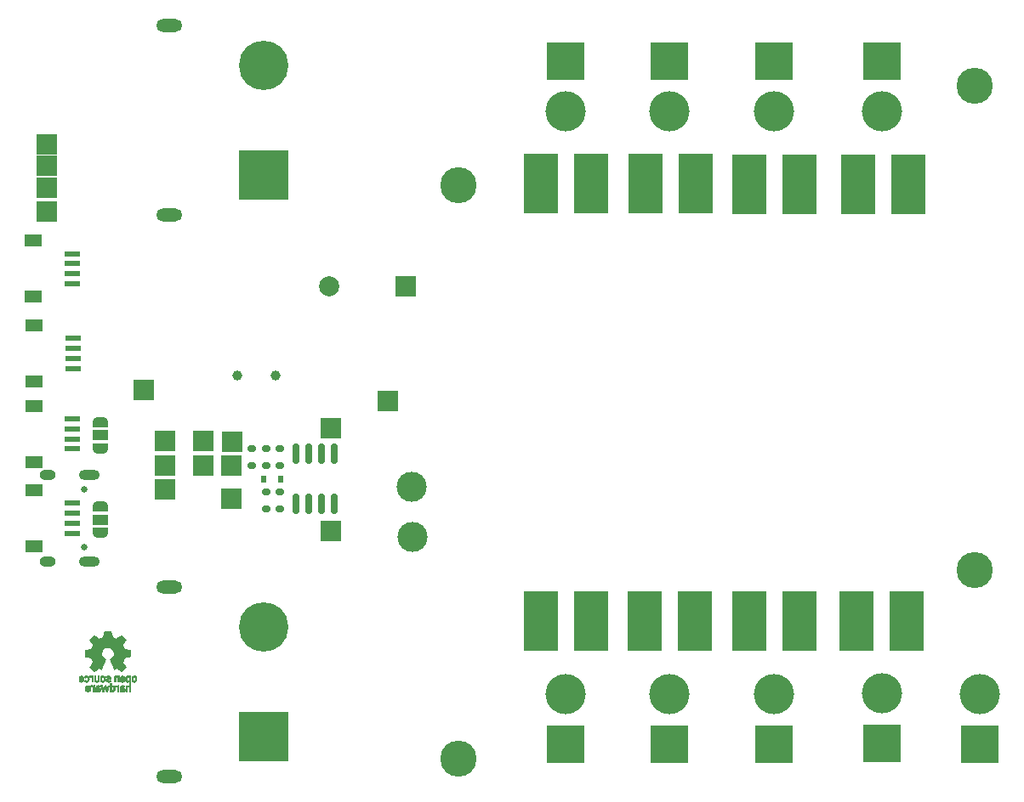
<source format=gbr>
%TF.GenerationSoftware,KiCad,Pcbnew,7.0.1-0*%
%TF.CreationDate,2023-04-01T19:34:20-07:00*%
%TF.ProjectId,1.0,312e302e-6b69-4636-9164-5f7063625858,rev?*%
%TF.SameCoordinates,Original*%
%TF.FileFunction,Soldermask,Bot*%
%TF.FilePolarity,Negative*%
%FSLAX46Y46*%
G04 Gerber Fmt 4.6, Leading zero omitted, Abs format (unit mm)*
G04 Created by KiCad (PCBNEW 7.0.1-0) date 2023-04-01 19:34:20*
%MOMM*%
%LPD*%
G01*
G04 APERTURE LIST*
G04 Aperture macros list*
%AMRoundRect*
0 Rectangle with rounded corners*
0 $1 Rounding radius*
0 $2 $3 $4 $5 $6 $7 $8 $9 X,Y pos of 4 corners*
0 Add a 4 corners polygon primitive as box body*
4,1,4,$2,$3,$4,$5,$6,$7,$8,$9,$2,$3,0*
0 Add four circle primitives for the rounded corners*
1,1,$1+$1,$2,$3*
1,1,$1+$1,$4,$5*
1,1,$1+$1,$6,$7*
1,1,$1+$1,$8,$9*
0 Add four rect primitives between the rounded corners*
20,1,$1+$1,$2,$3,$4,$5,0*
20,1,$1+$1,$4,$5,$6,$7,0*
20,1,$1+$1,$6,$7,$8,$9,0*
20,1,$1+$1,$8,$9,$2,$3,0*%
%AMFreePoly0*
4,1,19,0.550000,-0.750000,0.000000,-0.750000,0.000000,-0.744911,-0.071157,-0.744911,-0.207708,-0.704816,-0.327430,-0.627875,-0.420627,-0.520320,-0.479746,-0.390866,-0.500000,-0.250000,-0.500000,0.250000,-0.479746,0.390866,-0.420627,0.520320,-0.327430,0.627875,-0.207708,0.704816,-0.071157,0.744911,0.000000,0.744911,0.000000,0.750000,0.550000,0.750000,0.550000,-0.750000,0.550000,-0.750000,
$1*%
%AMFreePoly1*
4,1,19,0.000000,0.744911,0.071157,0.744911,0.207708,0.704816,0.327430,0.627875,0.420627,0.520320,0.479746,0.390866,0.500000,0.250000,0.500000,-0.250000,0.479746,-0.390866,0.420627,-0.520320,0.327430,-0.627875,0.207708,-0.704816,0.071157,-0.744911,0.000000,-0.744911,0.000000,-0.750000,-0.550000,-0.750000,-0.550000,0.750000,0.000000,0.750000,0.000000,0.744911,0.000000,0.744911,
$1*%
G04 Aperture macros list end*
%ADD10C,0.010000*%
%ADD11C,3.600000*%
%ADD12R,3.800000X3.800000*%
%ADD13C,4.000000*%
%ADD14C,3.000000*%
%ADD15C,1.000000*%
%ADD16O,2.600000X1.300000*%
%ADD17R,4.916000X4.916000*%
%ADD18C,4.916000*%
%ADD19C,0.650000*%
%ADD20O,2.100000X1.000000*%
%ADD21O,1.600000X1.000000*%
%ADD22R,2.000000X2.000000*%
%ADD23C,2.000000*%
%ADD24RoundRect,0.150000X-0.250000X0.150000X-0.250000X-0.150000X0.250000X-0.150000X0.250000X0.150000X0*%
%ADD25R,1.800000X1.200000*%
%ADD26R,1.550000X0.600000*%
%ADD27R,3.500000X6.000000*%
%ADD28R,0.600000X0.800000*%
%ADD29RoundRect,0.150000X0.150000X-0.825000X0.150000X0.825000X-0.150000X0.825000X-0.150000X-0.825000X0*%
%ADD30FreePoly0,90.000000*%
%ADD31R,1.500000X1.000000*%
%ADD32FreePoly1,90.000000*%
%ADD33RoundRect,0.150000X0.250000X-0.150000X0.250000X0.150000X-0.250000X0.150000X-0.250000X-0.150000X0*%
G04 APERTURE END LIST*
%TO.C,P7*%
D10*
X157912128Y-167353945D02*
X157942954Y-167363568D01*
X157980916Y-167379563D01*
X157999296Y-167388159D01*
X158012561Y-167389713D01*
X158015495Y-167377798D01*
X158015498Y-167377461D01*
X158021709Y-167366087D01*
X158043131Y-167360256D01*
X158084653Y-167358614D01*
X158153812Y-167358614D01*
X158153812Y-167962179D01*
X158015495Y-167962179D01*
X158015495Y-167546027D01*
X157981110Y-167514161D01*
X157970368Y-167505104D01*
X157938370Y-167489630D01*
X157898965Y-167489010D01*
X157845312Y-167502664D01*
X157827225Y-167503529D01*
X157806008Y-167490283D01*
X157777768Y-167458800D01*
X157764069Y-167441385D01*
X157747868Y-167416797D01*
X157745371Y-167401145D01*
X157754442Y-167387941D01*
X157782289Y-167371245D01*
X157825540Y-167358030D01*
X157872464Y-167351478D01*
X157912128Y-167353945D01*
G36*
X157912128Y-167353945D02*
G01*
X157942954Y-167363568D01*
X157980916Y-167379563D01*
X157999296Y-167388159D01*
X158012561Y-167389713D01*
X158015495Y-167377798D01*
X158015498Y-167377461D01*
X158021709Y-167366087D01*
X158043131Y-167360256D01*
X158084653Y-167358614D01*
X158153812Y-167358614D01*
X158153812Y-167962179D01*
X158015495Y-167962179D01*
X158015495Y-167546027D01*
X157981110Y-167514161D01*
X157970368Y-167505104D01*
X157938370Y-167489630D01*
X157898965Y-167489010D01*
X157845312Y-167502664D01*
X157827225Y-167503529D01*
X157806008Y-167490283D01*
X157777768Y-167458800D01*
X157764069Y-167441385D01*
X157747868Y-167416797D01*
X157745371Y-167401145D01*
X157754442Y-167387941D01*
X157782289Y-167371245D01*
X157825540Y-167358030D01*
X157872464Y-167351478D01*
X157912128Y-167353945D01*
G37*
X158095265Y-168309965D02*
X158133255Y-168327745D01*
X158166386Y-168353806D01*
X158166386Y-168327745D01*
X158167211Y-168317849D01*
X158174893Y-168307358D01*
X158195667Y-168302725D01*
X158235544Y-168301683D01*
X158304703Y-168301683D01*
X158304703Y-168917822D01*
X158166386Y-168917822D01*
X158166386Y-168717226D01*
X158166369Y-168705710D01*
X158165189Y-168624758D01*
X158162294Y-168558817D01*
X158157888Y-168511258D01*
X158152181Y-168485452D01*
X158146940Y-168475710D01*
X158114676Y-168445156D01*
X158070730Y-168431631D01*
X158022743Y-168437941D01*
X158010973Y-168442217D01*
X157985898Y-168449776D01*
X157968762Y-168447428D01*
X157951518Y-168432064D01*
X157926124Y-168400571D01*
X157884936Y-168348568D01*
X157913886Y-168325125D01*
X157941405Y-168311015D01*
X157989745Y-168301486D01*
X158044230Y-168301174D01*
X158095265Y-168309965D01*
G36*
X158095265Y-168309965D02*
G01*
X158133255Y-168327745D01*
X158166386Y-168353806D01*
X158166386Y-168327745D01*
X158167211Y-168317849D01*
X158174893Y-168307358D01*
X158195667Y-168302725D01*
X158235544Y-168301683D01*
X158304703Y-168301683D01*
X158304703Y-168917822D01*
X158166386Y-168917822D01*
X158166386Y-168717226D01*
X158166369Y-168705710D01*
X158165189Y-168624758D01*
X158162294Y-168558817D01*
X158157888Y-168511258D01*
X158152181Y-168485452D01*
X158146940Y-168475710D01*
X158114676Y-168445156D01*
X158070730Y-168431631D01*
X158022743Y-168437941D01*
X158010973Y-168442217D01*
X157985898Y-168449776D01*
X157968762Y-168447428D01*
X157951518Y-168432064D01*
X157926124Y-168400571D01*
X157884936Y-168348568D01*
X157913886Y-168325125D01*
X157941405Y-168311015D01*
X157989745Y-168301486D01*
X158044230Y-168301174D01*
X158095265Y-168309965D01*
G37*
X160718960Y-168917822D02*
X160593218Y-168917822D01*
X160593218Y-168723740D01*
X160593078Y-168678594D01*
X160591649Y-168603823D01*
X160588029Y-168548467D01*
X160581434Y-168508702D01*
X160571079Y-168480700D01*
X160556178Y-168460635D01*
X160535946Y-168444681D01*
X160513859Y-168432792D01*
X160487705Y-168429421D01*
X160450508Y-168436917D01*
X160438555Y-168440038D01*
X160408718Y-168444735D01*
X160387383Y-168438005D01*
X160362655Y-168417177D01*
X160357963Y-168412647D01*
X160332020Y-168384626D01*
X160315291Y-168361843D01*
X160312996Y-168356355D01*
X160317543Y-168336088D01*
X160340602Y-168319884D01*
X160376995Y-168308513D01*
X160421544Y-168302740D01*
X160469072Y-168303334D01*
X160514400Y-168311063D01*
X160552351Y-168326694D01*
X160564381Y-168333993D01*
X160584632Y-168344676D01*
X160592129Y-168342230D01*
X160593218Y-168326647D01*
X160593473Y-168321053D01*
X160599539Y-168308660D01*
X160618356Y-168303020D01*
X160656089Y-168301683D01*
X160718960Y-168301683D01*
X160718960Y-168917822D01*
G36*
X160718960Y-168917822D02*
G01*
X160593218Y-168917822D01*
X160593218Y-168723740D01*
X160593078Y-168678594D01*
X160591649Y-168603823D01*
X160588029Y-168548467D01*
X160581434Y-168508702D01*
X160571079Y-168480700D01*
X160556178Y-168460635D01*
X160535946Y-168444681D01*
X160513859Y-168432792D01*
X160487705Y-168429421D01*
X160450508Y-168436917D01*
X160438555Y-168440038D01*
X160408718Y-168444735D01*
X160387383Y-168438005D01*
X160362655Y-168417177D01*
X160357963Y-168412647D01*
X160332020Y-168384626D01*
X160315291Y-168361843D01*
X160312996Y-168356355D01*
X160317543Y-168336088D01*
X160340602Y-168319884D01*
X160376995Y-168308513D01*
X160421544Y-168302740D01*
X160469072Y-168303334D01*
X160514400Y-168311063D01*
X160552351Y-168326694D01*
X160564381Y-168333993D01*
X160584632Y-168344676D01*
X160592129Y-168342230D01*
X160593218Y-168326647D01*
X160593473Y-168321053D01*
X160599539Y-168308660D01*
X160618356Y-168303020D01*
X160656089Y-168301683D01*
X160718960Y-168301683D01*
X160718960Y-168917822D01*
G37*
X158405297Y-167554342D02*
X158406357Y-167642394D01*
X158410509Y-167713510D01*
X158418921Y-167765199D01*
X158432757Y-167800360D01*
X158453182Y-167821889D01*
X158481364Y-167832682D01*
X158518465Y-167835636D01*
X158553890Y-167833000D01*
X158582500Y-167822679D01*
X158603296Y-167801772D01*
X158617442Y-167767381D01*
X158626103Y-167716610D01*
X158630445Y-167646563D01*
X158631633Y-167554342D01*
X158631633Y-167358614D01*
X158757376Y-167358614D01*
X158757376Y-167594578D01*
X158757160Y-167657561D01*
X158755484Y-167739007D01*
X158751277Y-167801121D01*
X158743521Y-167847458D01*
X158731196Y-167881573D01*
X158713285Y-167907022D01*
X158688767Y-167927362D01*
X158656623Y-167946147D01*
X158589125Y-167969928D01*
X158518681Y-167971480D01*
X158452264Y-167949580D01*
X158423286Y-167935383D01*
X158408909Y-167933261D01*
X158405297Y-167943293D01*
X158399299Y-167954556D01*
X158377830Y-167960489D01*
X158336138Y-167962179D01*
X158266980Y-167962179D01*
X158266980Y-167358614D01*
X158405297Y-167358614D01*
X158405297Y-167554342D01*
G36*
X158405297Y-167554342D02*
G01*
X158406357Y-167642394D01*
X158410509Y-167713510D01*
X158418921Y-167765199D01*
X158432757Y-167800360D01*
X158453182Y-167821889D01*
X158481364Y-167832682D01*
X158518465Y-167835636D01*
X158553890Y-167833000D01*
X158582500Y-167822679D01*
X158603296Y-167801772D01*
X158617442Y-167767381D01*
X158626103Y-167716610D01*
X158630445Y-167646563D01*
X158631633Y-167554342D01*
X158631633Y-167358614D01*
X158757376Y-167358614D01*
X158757376Y-167594578D01*
X158757160Y-167657561D01*
X158755484Y-167739007D01*
X158751277Y-167801121D01*
X158743521Y-167847458D01*
X158731196Y-167881573D01*
X158713285Y-167907022D01*
X158688767Y-167927362D01*
X158656623Y-167946147D01*
X158589125Y-167969928D01*
X158518681Y-167971480D01*
X158452264Y-167949580D01*
X158423286Y-167935383D01*
X158408909Y-167933261D01*
X158405297Y-167943293D01*
X158399299Y-167954556D01*
X158377830Y-167960489D01*
X158336138Y-167962179D01*
X158266980Y-167962179D01*
X158266980Y-167358614D01*
X158405297Y-167358614D01*
X158405297Y-167554342D01*
G37*
X160507605Y-167357424D02*
X160564926Y-167375434D01*
X160590199Y-167387674D01*
X160602910Y-167388938D01*
X160605792Y-167377798D01*
X160605795Y-167377461D01*
X160612006Y-167366087D01*
X160633428Y-167360256D01*
X160674950Y-167358614D01*
X160744109Y-167358614D01*
X160744109Y-167962179D01*
X160605792Y-167962179D01*
X160605792Y-167754132D01*
X160605697Y-167683879D01*
X160605051Y-167626170D01*
X160603320Y-167585787D01*
X160599974Y-167558615D01*
X160594481Y-167540540D01*
X160586310Y-167527447D01*
X160574928Y-167515221D01*
X160559424Y-167502217D01*
X160514843Y-167484745D01*
X160468047Y-167489873D01*
X160425180Y-167517507D01*
X160412927Y-167530368D01*
X160404132Y-167543384D01*
X160398233Y-167560706D01*
X160394651Y-167586501D01*
X160392809Y-167624939D01*
X160392128Y-167680189D01*
X160392030Y-167756418D01*
X160392030Y-167962179D01*
X160253713Y-167962179D01*
X160253989Y-167738985D01*
X160254008Y-167729044D01*
X160255207Y-167634106D01*
X160258891Y-167560358D01*
X160266006Y-167504214D01*
X160277500Y-167462087D01*
X160294318Y-167430391D01*
X160317409Y-167405541D01*
X160347717Y-167383950D01*
X160379012Y-167369002D01*
X160442037Y-167355421D01*
X160507605Y-167357424D01*
G36*
X160507605Y-167357424D02*
G01*
X160564926Y-167375434D01*
X160590199Y-167387674D01*
X160602910Y-167388938D01*
X160605792Y-167377798D01*
X160605795Y-167377461D01*
X160612006Y-167366087D01*
X160633428Y-167360256D01*
X160674950Y-167358614D01*
X160744109Y-167358614D01*
X160744109Y-167962179D01*
X160605792Y-167962179D01*
X160605792Y-167754132D01*
X160605697Y-167683879D01*
X160605051Y-167626170D01*
X160603320Y-167585787D01*
X160599974Y-167558615D01*
X160594481Y-167540540D01*
X160586310Y-167527447D01*
X160574928Y-167515221D01*
X160559424Y-167502217D01*
X160514843Y-167484745D01*
X160468047Y-167489873D01*
X160425180Y-167517507D01*
X160412927Y-167530368D01*
X160404132Y-167543384D01*
X160398233Y-167560706D01*
X160394651Y-167586501D01*
X160392809Y-167624939D01*
X160392128Y-167680189D01*
X160392030Y-167756418D01*
X160392030Y-167962179D01*
X160253713Y-167962179D01*
X160253989Y-167738985D01*
X160254008Y-167729044D01*
X160255207Y-167634106D01*
X160258891Y-167560358D01*
X160266006Y-167504214D01*
X160277500Y-167462087D01*
X160294318Y-167430391D01*
X160317409Y-167405541D01*
X160347717Y-167383950D01*
X160379012Y-167369002D01*
X160442037Y-167355421D01*
X160507605Y-167357424D01*
G37*
X157558409Y-167361493D02*
X157627021Y-167388224D01*
X157685048Y-167432351D01*
X157727907Y-167492958D01*
X157730801Y-167499137D01*
X157749176Y-167559409D01*
X157758357Y-167631407D01*
X157758285Y-167706369D01*
X157748901Y-167775536D01*
X157730149Y-167830149D01*
X157706995Y-167868212D01*
X157656030Y-167922135D01*
X157592306Y-167956411D01*
X157537785Y-167970272D01*
X157454767Y-167971785D01*
X157375326Y-167950882D01*
X157304879Y-167908464D01*
X157259284Y-167870880D01*
X157300351Y-167828510D01*
X157326296Y-167803409D01*
X157349764Y-167789434D01*
X157371524Y-167792511D01*
X157399356Y-167811287D01*
X157410454Y-167818638D01*
X157457337Y-167833683D01*
X157511224Y-167833673D01*
X157561675Y-167818168D01*
X157580672Y-167805716D01*
X157608537Y-167768946D01*
X157622506Y-167714939D01*
X157623405Y-167641331D01*
X157623403Y-167641289D01*
X157613009Y-167575433D01*
X157590114Y-167529772D01*
X157552439Y-167501528D01*
X157497708Y-167487920D01*
X157463241Y-167486090D01*
X157433126Y-167493584D01*
X157402240Y-167515295D01*
X157362272Y-167548926D01*
X157311656Y-167508250D01*
X157293163Y-167492667D01*
X157270065Y-167470340D01*
X157261039Y-167457183D01*
X157264236Y-167451253D01*
X157282646Y-167433048D01*
X157311973Y-167409895D01*
X157334920Y-167394830D01*
X157407774Y-167363880D01*
X157483799Y-167353073D01*
X157558409Y-167361493D01*
G36*
X157558409Y-167361493D02*
G01*
X157627021Y-167388224D01*
X157685048Y-167432351D01*
X157727907Y-167492958D01*
X157730801Y-167499137D01*
X157749176Y-167559409D01*
X157758357Y-167631407D01*
X157758285Y-167706369D01*
X157748901Y-167775536D01*
X157730149Y-167830149D01*
X157706995Y-167868212D01*
X157656030Y-167922135D01*
X157592306Y-167956411D01*
X157537785Y-167970272D01*
X157454767Y-167971785D01*
X157375326Y-167950882D01*
X157304879Y-167908464D01*
X157259284Y-167870880D01*
X157300351Y-167828510D01*
X157326296Y-167803409D01*
X157349764Y-167789434D01*
X157371524Y-167792511D01*
X157399356Y-167811287D01*
X157410454Y-167818638D01*
X157457337Y-167833683D01*
X157511224Y-167833673D01*
X157561675Y-167818168D01*
X157580672Y-167805716D01*
X157608537Y-167768946D01*
X157622506Y-167714939D01*
X157623405Y-167641331D01*
X157623403Y-167641289D01*
X157613009Y-167575433D01*
X157590114Y-167529772D01*
X157552439Y-167501528D01*
X157497708Y-167487920D01*
X157463241Y-167486090D01*
X157433126Y-167493584D01*
X157402240Y-167515295D01*
X157362272Y-167548926D01*
X157311656Y-167508250D01*
X157293163Y-167492667D01*
X157270065Y-167470340D01*
X157261039Y-167457183D01*
X157264236Y-167451253D01*
X157282646Y-167433048D01*
X157311973Y-167409895D01*
X157334920Y-167394830D01*
X157407774Y-167363880D01*
X157483799Y-167353073D01*
X157558409Y-167361493D01*
G37*
X159357410Y-167653766D02*
X159357857Y-167703771D01*
X159354349Y-167743565D01*
X159338844Y-167819538D01*
X159311110Y-167877511D01*
X159268898Y-167921300D01*
X159209960Y-167954722D01*
X159187076Y-167962676D01*
X159127812Y-167972601D01*
X159065447Y-167972331D01*
X159012823Y-167961430D01*
X159011789Y-167961034D01*
X158969381Y-167936087D01*
X158926537Y-167897468D01*
X158890986Y-167853306D01*
X158870459Y-167811727D01*
X158864374Y-167781334D01*
X158859164Y-167724429D01*
X158858291Y-167673705D01*
X158984976Y-167673705D01*
X158992549Y-167734545D01*
X159010341Y-167784538D01*
X159037296Y-167817204D01*
X159047513Y-167822812D01*
X159086473Y-167833007D01*
X159131536Y-167835104D01*
X159169448Y-167828020D01*
X159184244Y-167817861D01*
X159205014Y-167782334D01*
X159218083Y-167726732D01*
X159222624Y-167653766D01*
X159222551Y-167632762D01*
X159220974Y-167590203D01*
X159215728Y-167562439D01*
X159204723Y-167541925D01*
X159185868Y-167521112D01*
X159149989Y-167495887D01*
X159103280Y-167485573D01*
X159058151Y-167495396D01*
X159020680Y-167523805D01*
X158996943Y-167569253D01*
X158988675Y-167608497D01*
X158984976Y-167673705D01*
X158858291Y-167673705D01*
X158858049Y-167659621D01*
X158860844Y-167595116D01*
X158867366Y-167539121D01*
X158877432Y-167499842D01*
X158900877Y-167455372D01*
X158950637Y-167400692D01*
X159014238Y-167366055D01*
X159089790Y-167352345D01*
X159175399Y-167360448D01*
X159189644Y-167363899D01*
X159255982Y-167393664D01*
X159305971Y-167442530D01*
X159339612Y-167510501D01*
X159356906Y-167597580D01*
X159357410Y-167653766D01*
G36*
X159357410Y-167653766D02*
G01*
X159357857Y-167703771D01*
X159354349Y-167743565D01*
X159338844Y-167819538D01*
X159311110Y-167877511D01*
X159268898Y-167921300D01*
X159209960Y-167954722D01*
X159187076Y-167962676D01*
X159127812Y-167972601D01*
X159065447Y-167972331D01*
X159012823Y-167961430D01*
X159011789Y-167961034D01*
X158969381Y-167936087D01*
X158926537Y-167897468D01*
X158890986Y-167853306D01*
X158870459Y-167811727D01*
X158864374Y-167781334D01*
X158859164Y-167724429D01*
X158858291Y-167673705D01*
X158984976Y-167673705D01*
X158992549Y-167734545D01*
X159010341Y-167784538D01*
X159037296Y-167817204D01*
X159047513Y-167822812D01*
X159086473Y-167833007D01*
X159131536Y-167835104D01*
X159169448Y-167828020D01*
X159184244Y-167817861D01*
X159205014Y-167782334D01*
X159218083Y-167726732D01*
X159222624Y-167653766D01*
X159222551Y-167632762D01*
X159220974Y-167590203D01*
X159215728Y-167562439D01*
X159204723Y-167541925D01*
X159185868Y-167521112D01*
X159149989Y-167495887D01*
X159103280Y-167485573D01*
X159058151Y-167495396D01*
X159020680Y-167523805D01*
X158996943Y-167569253D01*
X158988675Y-167608497D01*
X158984976Y-167673705D01*
X158858291Y-167673705D01*
X158858049Y-167659621D01*
X158860844Y-167595116D01*
X158867366Y-167539121D01*
X158877432Y-167499842D01*
X158900877Y-167455372D01*
X158950637Y-167400692D01*
X159014238Y-167366055D01*
X159089790Y-167352345D01*
X159175399Y-167360448D01*
X159189644Y-167363899D01*
X159255982Y-167393664D01*
X159305971Y-167442530D01*
X159339612Y-167510501D01*
X159356906Y-167597580D01*
X159357410Y-167653766D01*
G37*
X159457997Y-168499130D02*
X159474997Y-168549850D01*
X159495107Y-168605997D01*
X159511899Y-168648532D01*
X159523986Y-168673990D01*
X159529980Y-168678903D01*
X159531426Y-168674630D01*
X159539254Y-168648422D01*
X159551723Y-168604649D01*
X159567447Y-168548211D01*
X159585043Y-168484010D01*
X159632914Y-168307971D01*
X159706007Y-168304152D01*
X159712177Y-168303846D01*
X159751592Y-168303441D01*
X159770533Y-168307487D01*
X159772945Y-168316726D01*
X159769898Y-168325749D01*
X159759874Y-168356632D01*
X159744180Y-168405544D01*
X159723934Y-168468987D01*
X159700256Y-168543462D01*
X159674263Y-168625471D01*
X159581736Y-168917822D01*
X159465993Y-168917822D01*
X159411457Y-168732352D01*
X159401386Y-168698294D01*
X159382775Y-168636378D01*
X159366872Y-168584787D01*
X159355109Y-168548130D01*
X159348918Y-168531018D01*
X159347154Y-168529741D01*
X159338571Y-168540779D01*
X159326316Y-168569969D01*
X159312426Y-168612750D01*
X159311692Y-168615263D01*
X159293096Y-168678400D01*
X159271818Y-168749889D01*
X159252321Y-168814734D01*
X159220705Y-168919122D01*
X159162402Y-168915328D01*
X159104098Y-168911535D01*
X159050098Y-168741782D01*
X159026390Y-168667193D01*
X158999833Y-168583539D01*
X158974404Y-168503342D01*
X158953354Y-168436857D01*
X158910609Y-168301683D01*
X159053612Y-168301683D01*
X159088274Y-168430570D01*
X159097488Y-168464625D01*
X159114915Y-168528115D01*
X159131054Y-168585874D01*
X159143322Y-168628614D01*
X159163709Y-168697773D01*
X159293745Y-168307971D01*
X159343476Y-168304237D01*
X159393206Y-168300504D01*
X159457997Y-168499130D01*
G36*
X159457997Y-168499130D02*
G01*
X159474997Y-168549850D01*
X159495107Y-168605997D01*
X159511899Y-168648532D01*
X159523986Y-168673990D01*
X159529980Y-168678903D01*
X159531426Y-168674630D01*
X159539254Y-168648422D01*
X159551723Y-168604649D01*
X159567447Y-168548211D01*
X159585043Y-168484010D01*
X159632914Y-168307971D01*
X159706007Y-168304152D01*
X159712177Y-168303846D01*
X159751592Y-168303441D01*
X159770533Y-168307487D01*
X159772945Y-168316726D01*
X159769898Y-168325749D01*
X159759874Y-168356632D01*
X159744180Y-168405544D01*
X159723934Y-168468987D01*
X159700256Y-168543462D01*
X159674263Y-168625471D01*
X159581736Y-168917822D01*
X159465993Y-168917822D01*
X159411457Y-168732352D01*
X159401386Y-168698294D01*
X159382775Y-168636378D01*
X159366872Y-168584787D01*
X159355109Y-168548130D01*
X159348918Y-168531018D01*
X159347154Y-168529741D01*
X159338571Y-168540779D01*
X159326316Y-168569969D01*
X159312426Y-168612750D01*
X159311692Y-168615263D01*
X159293096Y-168678400D01*
X159271818Y-168749889D01*
X159252321Y-168814734D01*
X159220705Y-168919122D01*
X159162402Y-168915328D01*
X159104098Y-168911535D01*
X159050098Y-168741782D01*
X159026390Y-168667193D01*
X158999833Y-168583539D01*
X158974404Y-168503342D01*
X158953354Y-168436857D01*
X158910609Y-168301683D01*
X159053612Y-168301683D01*
X159088274Y-168430570D01*
X159097488Y-168464625D01*
X159114915Y-168528115D01*
X159131054Y-168585874D01*
X159143322Y-168628614D01*
X159163709Y-168697773D01*
X159293745Y-168307971D01*
X159343476Y-168304237D01*
X159393206Y-168300504D01*
X159457997Y-168499130D01*
G37*
X162490672Y-167659219D02*
X162489997Y-167694931D01*
X162488373Y-167734310D01*
X162484688Y-167782332D01*
X162478410Y-167816368D01*
X162468044Y-167843338D01*
X162452092Y-167870158D01*
X162451412Y-167871175D01*
X162412132Y-167914629D01*
X162364072Y-167947772D01*
X162308185Y-167967439D01*
X162234666Y-167973824D01*
X162162609Y-167961268D01*
X162098201Y-167931011D01*
X162047627Y-167884294D01*
X162033108Y-167862221D01*
X162005993Y-167793602D01*
X161992546Y-167708939D01*
X161992776Y-167687523D01*
X162127920Y-167687523D01*
X162128174Y-167727574D01*
X162132421Y-167754313D01*
X162142096Y-167774859D01*
X162158638Y-167796331D01*
X162181593Y-167817639D01*
X162227505Y-167836653D01*
X162276802Y-167833122D01*
X162323917Y-167806694D01*
X162337207Y-167794072D01*
X162351397Y-167772465D01*
X162359266Y-167742094D01*
X162363726Y-167694770D01*
X162364955Y-167659219D01*
X162358224Y-167586620D01*
X162337567Y-167534642D01*
X162302894Y-167502999D01*
X162262249Y-167487847D01*
X162213777Y-167489123D01*
X162168845Y-167514703D01*
X162158103Y-167524442D01*
X162144548Y-167541480D01*
X162136505Y-167563772D01*
X162132043Y-167597947D01*
X162129228Y-167650638D01*
X162127920Y-167687523D01*
X161992776Y-167687523D01*
X161993583Y-167612351D01*
X161994907Y-167598651D01*
X162013374Y-167510908D01*
X162047540Y-167442793D01*
X162097479Y-167394231D01*
X162163261Y-167365148D01*
X162244961Y-167355471D01*
X162275828Y-167356379D01*
X162339128Y-167367493D01*
X162390889Y-167394021D01*
X162439147Y-167439436D01*
X162446865Y-167448551D01*
X162467681Y-167479248D01*
X162481362Y-167514007D01*
X162488948Y-167558056D01*
X162491479Y-167616621D01*
X162490672Y-167659219D01*
G36*
X162490672Y-167659219D02*
G01*
X162489997Y-167694931D01*
X162488373Y-167734310D01*
X162484688Y-167782332D01*
X162478410Y-167816368D01*
X162468044Y-167843338D01*
X162452092Y-167870158D01*
X162451412Y-167871175D01*
X162412132Y-167914629D01*
X162364072Y-167947772D01*
X162308185Y-167967439D01*
X162234666Y-167973824D01*
X162162609Y-167961268D01*
X162098201Y-167931011D01*
X162047627Y-167884294D01*
X162033108Y-167862221D01*
X162005993Y-167793602D01*
X161992546Y-167708939D01*
X161992776Y-167687523D01*
X162127920Y-167687523D01*
X162128174Y-167727574D01*
X162132421Y-167754313D01*
X162142096Y-167774859D01*
X162158638Y-167796331D01*
X162181593Y-167817639D01*
X162227505Y-167836653D01*
X162276802Y-167833122D01*
X162323917Y-167806694D01*
X162337207Y-167794072D01*
X162351397Y-167772465D01*
X162359266Y-167742094D01*
X162363726Y-167694770D01*
X162364955Y-167659219D01*
X162358224Y-167586620D01*
X162337567Y-167534642D01*
X162302894Y-167502999D01*
X162262249Y-167487847D01*
X162213777Y-167489123D01*
X162168845Y-167514703D01*
X162158103Y-167524442D01*
X162144548Y-167541480D01*
X162136505Y-167563772D01*
X162132043Y-167597947D01*
X162129228Y-167650638D01*
X162127920Y-167687523D01*
X161992776Y-167687523D01*
X161993583Y-167612351D01*
X161994907Y-167598651D01*
X162013374Y-167510908D01*
X162047540Y-167442793D01*
X162097479Y-167394231D01*
X162163261Y-167365148D01*
X162244961Y-167355471D01*
X162275828Y-167356379D01*
X162339128Y-167367493D01*
X162390889Y-167394021D01*
X162439147Y-167439436D01*
X162446865Y-167448551D01*
X162467681Y-167479248D01*
X162481362Y-167514007D01*
X162488948Y-167558056D01*
X162491479Y-167616621D01*
X162490672Y-167659219D01*
G37*
X160315633Y-168616155D02*
X160315761Y-168656813D01*
X160314167Y-168710571D01*
X160310962Y-168748018D01*
X160310413Y-168751450D01*
X160288838Y-168812835D01*
X160249438Y-168864877D01*
X160197752Y-168900135D01*
X160142248Y-168914729D01*
X160073977Y-168913597D01*
X160011173Y-168894029D01*
X159994815Y-168885771D01*
X159973779Y-168876923D01*
X159965774Y-168879676D01*
X159964505Y-168894029D01*
X159963922Y-168901186D01*
X159956394Y-168911772D01*
X159935488Y-168916645D01*
X159895346Y-168917822D01*
X159826188Y-168917822D01*
X159826188Y-168615930D01*
X159964505Y-168615930D01*
X159965496Y-168668230D01*
X159969519Y-168703050D01*
X159978108Y-168726905D01*
X159992797Y-168746895D01*
X160031584Y-168776618D01*
X160076974Y-168786582D01*
X160120989Y-168774260D01*
X160158060Y-168739888D01*
X160167859Y-168714735D01*
X160175097Y-168670194D01*
X160178279Y-168616155D01*
X160177277Y-168560728D01*
X160171961Y-168512022D01*
X160162204Y-168478148D01*
X160159087Y-168472593D01*
X160129038Y-168444674D01*
X160088315Y-168432306D01*
X160044579Y-168435183D01*
X160005491Y-168453000D01*
X159978710Y-168485452D01*
X159977603Y-168488181D01*
X159970963Y-168518634D01*
X159966278Y-168564139D01*
X159964505Y-168615930D01*
X159826188Y-168615930D01*
X159826188Y-168062773D01*
X159964505Y-168062773D01*
X159964505Y-168355878D01*
X159990124Y-168332693D01*
X160014792Y-168318282D01*
X160061480Y-168306236D01*
X160116056Y-168302354D01*
X160169354Y-168307120D01*
X160212207Y-168321014D01*
X160242878Y-168340779D01*
X160274471Y-168374449D01*
X160295733Y-168419730D01*
X160308514Y-168480981D01*
X160314664Y-168562563D01*
X160315568Y-168595540D01*
X160315633Y-168616155D01*
G36*
X160315633Y-168616155D02*
G01*
X160315761Y-168656813D01*
X160314167Y-168710571D01*
X160310962Y-168748018D01*
X160310413Y-168751450D01*
X160288838Y-168812835D01*
X160249438Y-168864877D01*
X160197752Y-168900135D01*
X160142248Y-168914729D01*
X160073977Y-168913597D01*
X160011173Y-168894029D01*
X159994815Y-168885771D01*
X159973779Y-168876923D01*
X159965774Y-168879676D01*
X159964505Y-168894029D01*
X159963922Y-168901186D01*
X159956394Y-168911772D01*
X159935488Y-168916645D01*
X159895346Y-168917822D01*
X159826188Y-168917822D01*
X159826188Y-168615930D01*
X159964505Y-168615930D01*
X159965496Y-168668230D01*
X159969519Y-168703050D01*
X159978108Y-168726905D01*
X159992797Y-168746895D01*
X160031584Y-168776618D01*
X160076974Y-168786582D01*
X160120989Y-168774260D01*
X160158060Y-168739888D01*
X160167859Y-168714735D01*
X160175097Y-168670194D01*
X160178279Y-168616155D01*
X160177277Y-168560728D01*
X160171961Y-168512022D01*
X160162204Y-168478148D01*
X160159087Y-168472593D01*
X160129038Y-168444674D01*
X160088315Y-168432306D01*
X160044579Y-168435183D01*
X160005491Y-168453000D01*
X159978710Y-168485452D01*
X159977603Y-168488181D01*
X159970963Y-168518634D01*
X159966278Y-168564139D01*
X159964505Y-168615930D01*
X159826188Y-168615930D01*
X159826188Y-168062773D01*
X159964505Y-168062773D01*
X159964505Y-168355878D01*
X159990124Y-168332693D01*
X160014792Y-168318282D01*
X160061480Y-168306236D01*
X160116056Y-168302354D01*
X160169354Y-168307120D01*
X160212207Y-168321014D01*
X160242878Y-168340779D01*
X160274471Y-168374449D01*
X160295733Y-168419730D01*
X160308514Y-168480981D01*
X160314664Y-168562563D01*
X160315568Y-168595540D01*
X160315633Y-168616155D01*
G37*
X157237900Y-167585542D02*
X157244444Y-167619878D01*
X157242825Y-167716121D01*
X157242615Y-167718014D01*
X157224535Y-167806325D01*
X157191870Y-167874986D01*
X157143601Y-167925506D01*
X157078713Y-167959393D01*
X157066801Y-167963268D01*
X156992971Y-167974688D01*
X156916614Y-167968320D01*
X156845626Y-167945563D01*
X156787904Y-167907819D01*
X156744667Y-167867872D01*
X156790625Y-167831532D01*
X156836583Y-167795193D01*
X156891969Y-167822101D01*
X156956056Y-167843905D01*
X157012632Y-167844558D01*
X157058920Y-167824525D01*
X157092230Y-167784315D01*
X157104171Y-167760222D01*
X157110837Y-167739630D01*
X157106980Y-167725720D01*
X157089675Y-167717181D01*
X157055997Y-167712704D01*
X157003021Y-167710978D01*
X156927822Y-167710693D01*
X156745495Y-167710693D01*
X156745495Y-167623492D01*
X156746857Y-167585210D01*
X156875234Y-167585210D01*
X156881399Y-167592251D01*
X156899654Y-167595916D01*
X156934352Y-167597306D01*
X156989846Y-167597525D01*
X157019603Y-167597176D01*
X157066562Y-167594867D01*
X157098416Y-167590822D01*
X157110148Y-167585542D01*
X157107146Y-167566062D01*
X157085988Y-167528786D01*
X157050731Y-167498164D01*
X157008699Y-167479668D01*
X156967220Y-167478773D01*
X156935997Y-167493604D01*
X156900618Y-167527355D01*
X156878122Y-167569233D01*
X156876805Y-167573690D01*
X156875234Y-167585210D01*
X156746857Y-167585210D01*
X156747136Y-167577371D01*
X156751955Y-167531740D01*
X156758840Y-167500893D01*
X156763859Y-167489117D01*
X156800390Y-167436667D01*
X156853175Y-167392921D01*
X156914904Y-167364279D01*
X156947102Y-167356457D01*
X157023820Y-167352896D01*
X157092179Y-167371009D01*
X157150299Y-167408779D01*
X157196302Y-167464191D01*
X157228310Y-167535229D01*
X157237900Y-167585542D01*
G36*
X157237900Y-167585542D02*
G01*
X157244444Y-167619878D01*
X157242825Y-167716121D01*
X157242615Y-167718014D01*
X157224535Y-167806325D01*
X157191870Y-167874986D01*
X157143601Y-167925506D01*
X157078713Y-167959393D01*
X157066801Y-167963268D01*
X156992971Y-167974688D01*
X156916614Y-167968320D01*
X156845626Y-167945563D01*
X156787904Y-167907819D01*
X156744667Y-167867872D01*
X156790625Y-167831532D01*
X156836583Y-167795193D01*
X156891969Y-167822101D01*
X156956056Y-167843905D01*
X157012632Y-167844558D01*
X157058920Y-167824525D01*
X157092230Y-167784315D01*
X157104171Y-167760222D01*
X157110837Y-167739630D01*
X157106980Y-167725720D01*
X157089675Y-167717181D01*
X157055997Y-167712704D01*
X157003021Y-167710978D01*
X156927822Y-167710693D01*
X156745495Y-167710693D01*
X156745495Y-167623492D01*
X156746857Y-167585210D01*
X156875234Y-167585210D01*
X156881399Y-167592251D01*
X156899654Y-167595916D01*
X156934352Y-167597306D01*
X156989846Y-167597525D01*
X157019603Y-167597176D01*
X157066562Y-167594867D01*
X157098416Y-167590822D01*
X157110148Y-167585542D01*
X157107146Y-167566062D01*
X157085988Y-167528786D01*
X157050731Y-167498164D01*
X157008699Y-167479668D01*
X156967220Y-167478773D01*
X156935997Y-167493604D01*
X156900618Y-167527355D01*
X156878122Y-167569233D01*
X156876805Y-167573690D01*
X156875234Y-167585210D01*
X156746857Y-167585210D01*
X156747136Y-167577371D01*
X156751955Y-167531740D01*
X156758840Y-167500893D01*
X156763859Y-167489117D01*
X156800390Y-167436667D01*
X156853175Y-167392921D01*
X156914904Y-167364279D01*
X156947102Y-167356457D01*
X157023820Y-167352896D01*
X157092179Y-167371009D01*
X157150299Y-167408779D01*
X157196302Y-167464191D01*
X157228310Y-167535229D01*
X157237900Y-167585542D01*
G37*
X159723874Y-167358207D02*
X159796495Y-167376408D01*
X159849546Y-167410144D01*
X159883329Y-167459642D01*
X159898147Y-167525126D01*
X159895147Y-167587820D01*
X159873493Y-167640699D01*
X159831967Y-167679796D01*
X159769736Y-167705873D01*
X159685969Y-167719695D01*
X159631540Y-167726940D01*
X159581860Y-167742615D01*
X159556211Y-167765314D01*
X159554662Y-167794998D01*
X159564984Y-167813507D01*
X159596951Y-167835443D01*
X159642395Y-167845818D01*
X159695649Y-167844399D01*
X159751048Y-167830952D01*
X159802928Y-167805243D01*
X159854653Y-167771013D01*
X159900148Y-167817049D01*
X159945643Y-167863084D01*
X159907921Y-167893876D01*
X159893253Y-167904574D01*
X159851983Y-167928880D01*
X159807327Y-167949825D01*
X159771984Y-167961845D01*
X159720234Y-167970552D01*
X159656435Y-167970667D01*
X159578200Y-167961081D01*
X159507722Y-167936783D01*
X159457836Y-167898188D01*
X159428423Y-167845198D01*
X159419365Y-167777718D01*
X159425921Y-167718354D01*
X159446970Y-167669752D01*
X159484864Y-167634946D01*
X159542004Y-167611798D01*
X159620785Y-167598170D01*
X159629834Y-167597183D01*
X159678885Y-167590892D01*
X159718675Y-167584309D01*
X159741312Y-167578708D01*
X159748866Y-167574197D01*
X159761637Y-167550941D01*
X159759563Y-167521171D01*
X159742495Y-167495327D01*
X159733533Y-167489691D01*
X159696188Y-167480660D01*
X159647950Y-167481267D01*
X159597650Y-167490878D01*
X159554115Y-167508858D01*
X159508372Y-167535847D01*
X159472890Y-167494384D01*
X159464280Y-167483850D01*
X159444883Y-167455632D01*
X159436897Y-167436508D01*
X159445283Y-167424781D01*
X159471226Y-167406476D01*
X159508688Y-167386777D01*
X159513966Y-167384370D01*
X159563366Y-167365482D01*
X159610983Y-167356452D01*
X159670072Y-167354639D01*
X159723874Y-167358207D01*
G36*
X159723874Y-167358207D02*
G01*
X159796495Y-167376408D01*
X159849546Y-167410144D01*
X159883329Y-167459642D01*
X159898147Y-167525126D01*
X159895147Y-167587820D01*
X159873493Y-167640699D01*
X159831967Y-167679796D01*
X159769736Y-167705873D01*
X159685969Y-167719695D01*
X159631540Y-167726940D01*
X159581860Y-167742615D01*
X159556211Y-167765314D01*
X159554662Y-167794998D01*
X159564984Y-167813507D01*
X159596951Y-167835443D01*
X159642395Y-167845818D01*
X159695649Y-167844399D01*
X159751048Y-167830952D01*
X159802928Y-167805243D01*
X159854653Y-167771013D01*
X159900148Y-167817049D01*
X159945643Y-167863084D01*
X159907921Y-167893876D01*
X159893253Y-167904574D01*
X159851983Y-167928880D01*
X159807327Y-167949825D01*
X159771984Y-167961845D01*
X159720234Y-167970552D01*
X159656435Y-167970667D01*
X159578200Y-167961081D01*
X159507722Y-167936783D01*
X159457836Y-167898188D01*
X159428423Y-167845198D01*
X159419365Y-167777718D01*
X159425921Y-167718354D01*
X159446970Y-167669752D01*
X159484864Y-167634946D01*
X159542004Y-167611798D01*
X159620785Y-167598170D01*
X159629834Y-167597183D01*
X159678885Y-167590892D01*
X159718675Y-167584309D01*
X159741312Y-167578708D01*
X159748866Y-167574197D01*
X159761637Y-167550941D01*
X159759563Y-167521171D01*
X159742495Y-167495327D01*
X159733533Y-167489691D01*
X159696188Y-167480660D01*
X159647950Y-167481267D01*
X159597650Y-167490878D01*
X159554115Y-167508858D01*
X159508372Y-167535847D01*
X159472890Y-167494384D01*
X159464280Y-167483850D01*
X159444883Y-167455632D01*
X159436897Y-167436508D01*
X159445283Y-167424781D01*
X159471226Y-167406476D01*
X159508688Y-167386777D01*
X159513966Y-167384370D01*
X159563366Y-167365482D01*
X159610983Y-167356452D01*
X159670072Y-167354639D01*
X159723874Y-167358207D01*
G37*
X157884579Y-168541413D02*
X157889353Y-168609753D01*
X157887718Y-168656692D01*
X157872827Y-168746459D01*
X157842185Y-168817045D01*
X157795524Y-168868952D01*
X157732574Y-168902686D01*
X157712235Y-168908647D01*
X157639612Y-168916971D01*
X157562928Y-168909946D01*
X157493663Y-168888265D01*
X157469262Y-168875959D01*
X157434275Y-168854879D01*
X157413072Y-168837534D01*
X157409942Y-168833571D01*
X157404085Y-168819077D01*
X157412524Y-168803321D01*
X157438221Y-168779460D01*
X157450622Y-168769072D01*
X157475052Y-168750063D01*
X157487861Y-168742293D01*
X157491530Y-168743094D01*
X157512561Y-168751745D01*
X157543960Y-168766931D01*
X157554197Y-168771926D01*
X157614590Y-168790475D01*
X157667057Y-168785694D01*
X157713065Y-168757500D01*
X157718419Y-168752291D01*
X157744013Y-168719659D01*
X157758637Y-168688342D01*
X157766736Y-168653763D01*
X157386782Y-168653763D01*
X157386852Y-168587748D01*
X157386892Y-168581182D01*
X157392022Y-168528218D01*
X157525099Y-168528218D01*
X157526670Y-168539203D01*
X157534738Y-168546773D01*
X157553967Y-168550975D01*
X157589019Y-168552783D01*
X157644554Y-168553169D01*
X157675429Y-168552768D01*
X157721002Y-168550429D01*
X157752348Y-168546465D01*
X157764010Y-168541413D01*
X157754064Y-168499827D01*
X157724947Y-168461013D01*
X157682952Y-168434086D01*
X157634440Y-168424772D01*
X157598723Y-168435272D01*
X157563020Y-168460940D01*
X157535879Y-168494381D01*
X157525099Y-168528218D01*
X157392022Y-168528218D01*
X157394758Y-168499965D01*
X157417655Y-168433895D01*
X157457607Y-168376940D01*
X157481979Y-168352848D01*
X157532315Y-168320597D01*
X157592419Y-168304970D01*
X157668338Y-168303871D01*
X157705010Y-168308179D01*
X157772703Y-168330549D01*
X157824530Y-168371263D01*
X157860945Y-168430949D01*
X157882401Y-168510236D01*
X157884579Y-168541413D01*
G36*
X157884579Y-168541413D02*
G01*
X157889353Y-168609753D01*
X157887718Y-168656692D01*
X157872827Y-168746459D01*
X157842185Y-168817045D01*
X157795524Y-168868952D01*
X157732574Y-168902686D01*
X157712235Y-168908647D01*
X157639612Y-168916971D01*
X157562928Y-168909946D01*
X157493663Y-168888265D01*
X157469262Y-168875959D01*
X157434275Y-168854879D01*
X157413072Y-168837534D01*
X157409942Y-168833571D01*
X157404085Y-168819077D01*
X157412524Y-168803321D01*
X157438221Y-168779460D01*
X157450622Y-168769072D01*
X157475052Y-168750063D01*
X157487861Y-168742293D01*
X157491530Y-168743094D01*
X157512561Y-168751745D01*
X157543960Y-168766931D01*
X157554197Y-168771926D01*
X157614590Y-168790475D01*
X157667057Y-168785694D01*
X157713065Y-168757500D01*
X157718419Y-168752291D01*
X157744013Y-168719659D01*
X157758637Y-168688342D01*
X157766736Y-168653763D01*
X157386782Y-168653763D01*
X157386852Y-168587748D01*
X157386892Y-168581182D01*
X157392022Y-168528218D01*
X157525099Y-168528218D01*
X157526670Y-168539203D01*
X157534738Y-168546773D01*
X157553967Y-168550975D01*
X157589019Y-168552783D01*
X157644554Y-168553169D01*
X157675429Y-168552768D01*
X157721002Y-168550429D01*
X157752348Y-168546465D01*
X157764010Y-168541413D01*
X157754064Y-168499827D01*
X157724947Y-168461013D01*
X157682952Y-168434086D01*
X157634440Y-168424772D01*
X157598723Y-168435272D01*
X157563020Y-168460940D01*
X157535879Y-168494381D01*
X157525099Y-168528218D01*
X157392022Y-168528218D01*
X157394758Y-168499965D01*
X157417655Y-168433895D01*
X157457607Y-168376940D01*
X157481979Y-168352848D01*
X157532315Y-168320597D01*
X157592419Y-168304970D01*
X157668338Y-168303871D01*
X157705010Y-168308179D01*
X157772703Y-168330549D01*
X157824530Y-168371263D01*
X157860945Y-168430949D01*
X157882401Y-168510236D01*
X157884579Y-168541413D01*
G37*
X161331482Y-167582299D02*
X161332022Y-167584861D01*
X161336421Y-167672936D01*
X161335322Y-167711371D01*
X161322926Y-167795367D01*
X161295608Y-167861595D01*
X161251941Y-167912784D01*
X161190495Y-167951663D01*
X161130888Y-167969812D01*
X161056110Y-167973284D01*
X160980664Y-167959930D01*
X160913366Y-167930425D01*
X160888428Y-167914012D01*
X160860951Y-167892973D01*
X160848414Y-167879129D01*
X160849124Y-167873417D01*
X160863158Y-167853955D01*
X160889533Y-167830376D01*
X160935240Y-167795513D01*
X160988799Y-167822262D01*
X161003282Y-167828882D01*
X161045916Y-167843273D01*
X161081649Y-167849010D01*
X161107998Y-167844282D01*
X161149347Y-167821514D01*
X161184104Y-167786170D01*
X161203983Y-167745273D01*
X161212083Y-167710693D01*
X160832129Y-167710693D01*
X160832199Y-167644679D01*
X160832774Y-167623757D01*
X160836972Y-167578862D01*
X160970445Y-167578862D01*
X160970690Y-167581434D01*
X160977604Y-167589443D01*
X160997141Y-167594364D01*
X161033467Y-167596843D01*
X161090748Y-167597525D01*
X161109575Y-167597517D01*
X161158470Y-167597065D01*
X161187863Y-167595113D01*
X161202115Y-167590558D01*
X161205582Y-167582299D01*
X161202625Y-167569233D01*
X161202173Y-167567752D01*
X161176699Y-167522285D01*
X161136539Y-167490981D01*
X161088651Y-167479327D01*
X161070949Y-167480259D01*
X161038094Y-167491408D01*
X161006575Y-167519763D01*
X160998085Y-167529789D01*
X160978336Y-167558423D01*
X160970445Y-167578862D01*
X160836972Y-167578862D01*
X160837512Y-167573091D01*
X160845459Y-167531166D01*
X160854168Y-167507696D01*
X160884790Y-167456646D01*
X160925799Y-167410283D01*
X160969168Y-167378514D01*
X160981699Y-167372614D01*
X161054661Y-167353046D01*
X161129168Y-167355109D01*
X161199217Y-167377931D01*
X161258807Y-167420639D01*
X161291038Y-167460025D01*
X161317392Y-167515510D01*
X161331482Y-167582299D01*
G36*
X161331482Y-167582299D02*
G01*
X161332022Y-167584861D01*
X161336421Y-167672936D01*
X161335322Y-167711371D01*
X161322926Y-167795367D01*
X161295608Y-167861595D01*
X161251941Y-167912784D01*
X161190495Y-167951663D01*
X161130888Y-167969812D01*
X161056110Y-167973284D01*
X160980664Y-167959930D01*
X160913366Y-167930425D01*
X160888428Y-167914012D01*
X160860951Y-167892973D01*
X160848414Y-167879129D01*
X160849124Y-167873417D01*
X160863158Y-167853955D01*
X160889533Y-167830376D01*
X160935240Y-167795513D01*
X160988799Y-167822262D01*
X161003282Y-167828882D01*
X161045916Y-167843273D01*
X161081649Y-167849010D01*
X161107998Y-167844282D01*
X161149347Y-167821514D01*
X161184104Y-167786170D01*
X161203983Y-167745273D01*
X161212083Y-167710693D01*
X160832129Y-167710693D01*
X160832199Y-167644679D01*
X160832774Y-167623757D01*
X160836972Y-167578862D01*
X160970445Y-167578862D01*
X160970690Y-167581434D01*
X160977604Y-167589443D01*
X160997141Y-167594364D01*
X161033467Y-167596843D01*
X161090748Y-167597525D01*
X161109575Y-167597517D01*
X161158470Y-167597065D01*
X161187863Y-167595113D01*
X161202115Y-167590558D01*
X161205582Y-167582299D01*
X161202625Y-167569233D01*
X161202173Y-167567752D01*
X161176699Y-167522285D01*
X161136539Y-167490981D01*
X161088651Y-167479327D01*
X161070949Y-167480259D01*
X161038094Y-167491408D01*
X161006575Y-167519763D01*
X160998085Y-167529789D01*
X160978336Y-167558423D01*
X160970445Y-167578862D01*
X160836972Y-167578862D01*
X160837512Y-167573091D01*
X160845459Y-167531166D01*
X160854168Y-167507696D01*
X160884790Y-167456646D01*
X160925799Y-167410283D01*
X160969168Y-167378514D01*
X160981699Y-167372614D01*
X161054661Y-167353046D01*
X161129168Y-167355109D01*
X161199217Y-167377931D01*
X161258807Y-167420639D01*
X161291038Y-167460025D01*
X161317392Y-167515510D01*
X161331482Y-167582299D01*
G37*
X158913254Y-168731824D02*
X158914413Y-168752333D01*
X158899244Y-168809419D01*
X158866277Y-168858255D01*
X158816270Y-168893386D01*
X158811362Y-168895521D01*
X158756646Y-168910903D01*
X158694993Y-168916899D01*
X158636376Y-168913233D01*
X158590767Y-168899629D01*
X158572549Y-168890754D01*
X158559179Y-168888637D01*
X158556188Y-168899706D01*
X158550524Y-168909942D01*
X158528607Y-168916038D01*
X158486068Y-168917822D01*
X158415948Y-168917822D01*
X158419680Y-168697773D01*
X158556188Y-168697773D01*
X158560924Y-168730666D01*
X158581336Y-168766931D01*
X158588871Y-168773597D01*
X158619753Y-168787620D01*
X158666213Y-168791228D01*
X158694090Y-168789819D01*
X158746255Y-168779204D01*
X158778587Y-168759425D01*
X158789492Y-168731824D01*
X158777374Y-168697743D01*
X158770304Y-168688824D01*
X158738724Y-168668818D01*
X158688744Y-168657395D01*
X158617487Y-168653763D01*
X158556188Y-168653763D01*
X158556188Y-168697773D01*
X158419680Y-168697773D01*
X158420053Y-168675768D01*
X158421169Y-168619794D01*
X158424106Y-168535996D01*
X158429058Y-168471920D01*
X158437002Y-168424073D01*
X158448917Y-168388962D01*
X158465780Y-168363093D01*
X158488572Y-168342974D01*
X158518269Y-168325110D01*
X158533589Y-168318290D01*
X158586589Y-168305417D01*
X158650513Y-168300095D01*
X158716602Y-168302227D01*
X158776099Y-168311714D01*
X158820247Y-168328461D01*
X158835604Y-168338185D01*
X158870960Y-168367005D01*
X158882926Y-168391137D01*
X158880020Y-168395800D01*
X158861909Y-168412088D01*
X158832672Y-168433817D01*
X158817725Y-168443987D01*
X158792270Y-168458397D01*
X158775728Y-168459773D01*
X158760370Y-168449827D01*
X158722094Y-168429684D01*
X158670590Y-168421400D01*
X158617957Y-168427742D01*
X158616961Y-168428030D01*
X158579838Y-168444158D01*
X158561463Y-168469405D01*
X158556380Y-168511158D01*
X158556188Y-168550879D01*
X158687423Y-168555168D01*
X158708331Y-168555873D01*
X158761043Y-168558326D01*
X158796381Y-168562180D01*
X158820267Y-168568878D01*
X158838624Y-168579864D01*
X158857376Y-168596580D01*
X158888337Y-168635244D01*
X158911029Y-168692456D01*
X158913254Y-168731824D01*
G36*
X158913254Y-168731824D02*
G01*
X158914413Y-168752333D01*
X158899244Y-168809419D01*
X158866277Y-168858255D01*
X158816270Y-168893386D01*
X158811362Y-168895521D01*
X158756646Y-168910903D01*
X158694993Y-168916899D01*
X158636376Y-168913233D01*
X158590767Y-168899629D01*
X158572549Y-168890754D01*
X158559179Y-168888637D01*
X158556188Y-168899706D01*
X158550524Y-168909942D01*
X158528607Y-168916038D01*
X158486068Y-168917822D01*
X158415948Y-168917822D01*
X158419680Y-168697773D01*
X158556188Y-168697773D01*
X158560924Y-168730666D01*
X158581336Y-168766931D01*
X158588871Y-168773597D01*
X158619753Y-168787620D01*
X158666213Y-168791228D01*
X158694090Y-168789819D01*
X158746255Y-168779204D01*
X158778587Y-168759425D01*
X158789492Y-168731824D01*
X158777374Y-168697743D01*
X158770304Y-168688824D01*
X158738724Y-168668818D01*
X158688744Y-168657395D01*
X158617487Y-168653763D01*
X158556188Y-168653763D01*
X158556188Y-168697773D01*
X158419680Y-168697773D01*
X158420053Y-168675768D01*
X158421169Y-168619794D01*
X158424106Y-168535996D01*
X158429058Y-168471920D01*
X158437002Y-168424073D01*
X158448917Y-168388962D01*
X158465780Y-168363093D01*
X158488572Y-168342974D01*
X158518269Y-168325110D01*
X158533589Y-168318290D01*
X158586589Y-168305417D01*
X158650513Y-168300095D01*
X158716602Y-168302227D01*
X158776099Y-168311714D01*
X158820247Y-168328461D01*
X158835604Y-168338185D01*
X158870960Y-168367005D01*
X158882926Y-168391137D01*
X158880020Y-168395800D01*
X158861909Y-168412088D01*
X158832672Y-168433817D01*
X158817725Y-168443987D01*
X158792270Y-168458397D01*
X158775728Y-168459773D01*
X158760370Y-168449827D01*
X158722094Y-168429684D01*
X158670590Y-168421400D01*
X158617957Y-168427742D01*
X158616961Y-168428030D01*
X158579838Y-168444158D01*
X158561463Y-168469405D01*
X158556380Y-168511158D01*
X158556188Y-168550879D01*
X158687423Y-168555168D01*
X158708331Y-168555873D01*
X158761043Y-168558326D01*
X158796381Y-168562180D01*
X158820267Y-168568878D01*
X158838624Y-168579864D01*
X158857376Y-168596580D01*
X158888337Y-168635244D01*
X158911029Y-168692456D01*
X158913254Y-168731824D01*
G37*
X161330955Y-168721566D02*
X161332299Y-168750223D01*
X161332157Y-168751882D01*
X161316835Y-168816479D01*
X161282753Y-168865063D01*
X161228218Y-168900072D01*
X161200036Y-168908589D01*
X161151764Y-168915228D01*
X161098978Y-168916813D01*
X161051353Y-168913160D01*
X161018566Y-168904083D01*
X160998652Y-168896813D01*
X160979155Y-168904083D01*
X160972023Y-168908295D01*
X160943557Y-168915126D01*
X160905059Y-168917822D01*
X160844703Y-168917822D01*
X160844703Y-168702111D01*
X160983020Y-168702111D01*
X160987668Y-168738904D01*
X161006015Y-168771269D01*
X161016514Y-168778274D01*
X161053988Y-168789191D01*
X161100773Y-168791917D01*
X161146652Y-168786379D01*
X161181410Y-168772505D01*
X161198726Y-168754161D01*
X161209356Y-168721566D01*
X161199929Y-168695729D01*
X161168764Y-168673263D01*
X161118667Y-168658850D01*
X161052582Y-168653763D01*
X160983020Y-168653763D01*
X160983020Y-168702111D01*
X160844703Y-168702111D01*
X160844703Y-168674484D01*
X160844707Y-168653440D01*
X160844937Y-168574122D01*
X160845797Y-168515154D01*
X160847679Y-168472616D01*
X160850974Y-168442592D01*
X160856073Y-168421163D01*
X160863366Y-168404411D01*
X160873246Y-168388419D01*
X160905023Y-168350948D01*
X160950055Y-168322339D01*
X161009210Y-168306555D01*
X161087161Y-168301703D01*
X161089695Y-168301708D01*
X161143880Y-168304155D01*
X161192380Y-168310256D01*
X161225478Y-168318809D01*
X161234552Y-168323096D01*
X161263433Y-168341248D01*
X161289568Y-168362822D01*
X161306764Y-168382236D01*
X161308825Y-168393909D01*
X161304803Y-168397063D01*
X161260976Y-168430739D01*
X161231671Y-168450600D01*
X161212294Y-168458613D01*
X161198253Y-168456746D01*
X161184957Y-168446965D01*
X161160418Y-168434756D01*
X161119064Y-168426615D01*
X161072326Y-168424503D01*
X161030034Y-168428800D01*
X161002017Y-168439887D01*
X161000543Y-168441236D01*
X160987953Y-168466581D01*
X160983020Y-168504411D01*
X160983020Y-168553169D01*
X161099331Y-168553216D01*
X161152760Y-168554061D01*
X161197735Y-168557740D01*
X161229907Y-168565309D01*
X161255899Y-168577808D01*
X161261948Y-168581647D01*
X161305710Y-168623845D01*
X161328987Y-168679647D01*
X161330955Y-168721566D01*
G36*
X161330955Y-168721566D02*
G01*
X161332299Y-168750223D01*
X161332157Y-168751882D01*
X161316835Y-168816479D01*
X161282753Y-168865063D01*
X161228218Y-168900072D01*
X161200036Y-168908589D01*
X161151764Y-168915228D01*
X161098978Y-168916813D01*
X161051353Y-168913160D01*
X161018566Y-168904083D01*
X160998652Y-168896813D01*
X160979155Y-168904083D01*
X160972023Y-168908295D01*
X160943557Y-168915126D01*
X160905059Y-168917822D01*
X160844703Y-168917822D01*
X160844703Y-168702111D01*
X160983020Y-168702111D01*
X160987668Y-168738904D01*
X161006015Y-168771269D01*
X161016514Y-168778274D01*
X161053988Y-168789191D01*
X161100773Y-168791917D01*
X161146652Y-168786379D01*
X161181410Y-168772505D01*
X161198726Y-168754161D01*
X161209356Y-168721566D01*
X161199929Y-168695729D01*
X161168764Y-168673263D01*
X161118667Y-168658850D01*
X161052582Y-168653763D01*
X160983020Y-168653763D01*
X160983020Y-168702111D01*
X160844703Y-168702111D01*
X160844703Y-168674484D01*
X160844707Y-168653440D01*
X160844937Y-168574122D01*
X160845797Y-168515154D01*
X160847679Y-168472616D01*
X160850974Y-168442592D01*
X160856073Y-168421163D01*
X160863366Y-168404411D01*
X160873246Y-168388419D01*
X160905023Y-168350948D01*
X160950055Y-168322339D01*
X161009210Y-168306555D01*
X161087161Y-168301703D01*
X161089695Y-168301708D01*
X161143880Y-168304155D01*
X161192380Y-168310256D01*
X161225478Y-168318809D01*
X161234552Y-168323096D01*
X161263433Y-168341248D01*
X161289568Y-168362822D01*
X161306764Y-168382236D01*
X161308825Y-168393909D01*
X161304803Y-168397063D01*
X161260976Y-168430739D01*
X161231671Y-168450600D01*
X161212294Y-168458613D01*
X161198253Y-168456746D01*
X161184957Y-168446965D01*
X161160418Y-168434756D01*
X161119064Y-168426615D01*
X161072326Y-168424503D01*
X161030034Y-168428800D01*
X161002017Y-168439887D01*
X161000543Y-168441236D01*
X160987953Y-168466581D01*
X160983020Y-168504411D01*
X160983020Y-168553169D01*
X161099331Y-168553216D01*
X161152760Y-168554061D01*
X161197735Y-168557740D01*
X161229907Y-168565309D01*
X161255899Y-168577808D01*
X161261948Y-168581647D01*
X161305710Y-168623845D01*
X161328987Y-168679647D01*
X161330955Y-168721566D01*
G37*
X161900940Y-167670650D02*
X161900940Y-168919136D01*
X161834926Y-168915336D01*
X161768911Y-168911535D01*
X161765772Y-168710347D01*
X161764844Y-168661425D01*
X161762208Y-168587926D01*
X161757683Y-168533991D01*
X161750438Y-168495995D01*
X161739642Y-168470313D01*
X161724462Y-168453320D01*
X161704066Y-168441389D01*
X161665797Y-168429205D01*
X161627738Y-168433940D01*
X161587549Y-168459979D01*
X161548861Y-168492533D01*
X161548861Y-168917822D01*
X161410544Y-168917822D01*
X161410544Y-168687176D01*
X161410677Y-168614882D01*
X161411413Y-168550641D01*
X161413181Y-168503618D01*
X161416411Y-168469548D01*
X161421530Y-168444170D01*
X161428967Y-168423221D01*
X161439150Y-168402436D01*
X161441564Y-168398024D01*
X161473675Y-168355047D01*
X161511256Y-168325013D01*
X161556564Y-168309243D01*
X161616561Y-168302222D01*
X161676643Y-168306025D01*
X161725525Y-168320868D01*
X161762624Y-168340052D01*
X161762624Y-167924859D01*
X161711792Y-167951354D01*
X161690558Y-167960980D01*
X161623536Y-167974592D01*
X161556930Y-167965184D01*
X161495187Y-167933905D01*
X161442757Y-167881902D01*
X161434543Y-167869680D01*
X161426649Y-167851763D01*
X161421500Y-167827404D01*
X161418527Y-167791927D01*
X161417161Y-167740656D01*
X161416915Y-167687236D01*
X161549749Y-167687236D01*
X161549861Y-167731849D01*
X161553272Y-167761601D01*
X161560937Y-167782835D01*
X161573814Y-167801896D01*
X161590171Y-167819617D01*
X161616329Y-167833028D01*
X161655742Y-167836436D01*
X161690559Y-167833471D01*
X161725020Y-167818631D01*
X161747215Y-167788569D01*
X161759097Y-167740254D01*
X161762624Y-167670650D01*
X161761712Y-167633624D01*
X161752609Y-167563728D01*
X161733828Y-167516464D01*
X161705476Y-167492168D01*
X161676840Y-167485332D01*
X161626970Y-167488537D01*
X161584833Y-167508380D01*
X161574749Y-167517480D01*
X161564063Y-167533223D01*
X161557456Y-167556658D01*
X161553532Y-167593604D01*
X161550897Y-167649880D01*
X161549749Y-167687236D01*
X161416915Y-167687236D01*
X161416831Y-167668917D01*
X161416944Y-167636184D01*
X161418872Y-167560044D01*
X161424240Y-167503166D01*
X161434406Y-167461249D01*
X161450725Y-167429996D01*
X161474553Y-167405106D01*
X161507247Y-167382282D01*
X161533759Y-167369184D01*
X161596615Y-167354739D01*
X161662869Y-167356707D01*
X161721757Y-167375433D01*
X161747030Y-167387673D01*
X161759742Y-167388938D01*
X161762624Y-167377798D01*
X161762626Y-167377461D01*
X161768838Y-167366087D01*
X161790260Y-167360256D01*
X161831782Y-167358614D01*
X161900940Y-167358614D01*
X161900940Y-167670650D01*
G36*
X161900940Y-167670650D02*
G01*
X161900940Y-168919136D01*
X161834926Y-168915336D01*
X161768911Y-168911535D01*
X161765772Y-168710347D01*
X161764844Y-168661425D01*
X161762208Y-168587926D01*
X161757683Y-168533991D01*
X161750438Y-168495995D01*
X161739642Y-168470313D01*
X161724462Y-168453320D01*
X161704066Y-168441389D01*
X161665797Y-168429205D01*
X161627738Y-168433940D01*
X161587549Y-168459979D01*
X161548861Y-168492533D01*
X161548861Y-168917822D01*
X161410544Y-168917822D01*
X161410544Y-168687176D01*
X161410677Y-168614882D01*
X161411413Y-168550641D01*
X161413181Y-168503618D01*
X161416411Y-168469548D01*
X161421530Y-168444170D01*
X161428967Y-168423221D01*
X161439150Y-168402436D01*
X161441564Y-168398024D01*
X161473675Y-168355047D01*
X161511256Y-168325013D01*
X161556564Y-168309243D01*
X161616561Y-168302222D01*
X161676643Y-168306025D01*
X161725525Y-168320868D01*
X161762624Y-168340052D01*
X161762624Y-167924859D01*
X161711792Y-167951354D01*
X161690558Y-167960980D01*
X161623536Y-167974592D01*
X161556930Y-167965184D01*
X161495187Y-167933905D01*
X161442757Y-167881902D01*
X161434543Y-167869680D01*
X161426649Y-167851763D01*
X161421500Y-167827404D01*
X161418527Y-167791927D01*
X161417161Y-167740656D01*
X161416915Y-167687236D01*
X161549749Y-167687236D01*
X161549861Y-167731849D01*
X161553272Y-167761601D01*
X161560937Y-167782835D01*
X161573814Y-167801896D01*
X161590171Y-167819617D01*
X161616329Y-167833028D01*
X161655742Y-167836436D01*
X161690559Y-167833471D01*
X161725020Y-167818631D01*
X161747215Y-167788569D01*
X161759097Y-167740254D01*
X161762624Y-167670650D01*
X161761712Y-167633624D01*
X161752609Y-167563728D01*
X161733828Y-167516464D01*
X161705476Y-167492168D01*
X161676840Y-167485332D01*
X161626970Y-167488537D01*
X161584833Y-167508380D01*
X161574749Y-167517480D01*
X161564063Y-167533223D01*
X161557456Y-167556658D01*
X161553532Y-167593604D01*
X161550897Y-167649880D01*
X161549749Y-167687236D01*
X161416915Y-167687236D01*
X161416831Y-167668917D01*
X161416944Y-167636184D01*
X161418872Y-167560044D01*
X161424240Y-167503166D01*
X161434406Y-167461249D01*
X161450725Y-167429996D01*
X161474553Y-167405106D01*
X161507247Y-167382282D01*
X161533759Y-167369184D01*
X161596615Y-167354739D01*
X161662869Y-167356707D01*
X161721757Y-167375433D01*
X161747030Y-167387673D01*
X161759742Y-167388938D01*
X161762624Y-167377798D01*
X161762626Y-167377461D01*
X161768838Y-167366087D01*
X161790260Y-167360256D01*
X161831782Y-167358614D01*
X161900940Y-167358614D01*
X161900940Y-167670650D01*
G37*
X159989389Y-163190018D02*
X160046237Y-163491570D01*
X160256001Y-163578041D01*
X160465764Y-163664512D01*
X160717410Y-163493395D01*
X160767216Y-163459661D01*
X160833244Y-163415381D01*
X160890410Y-163377561D01*
X160935744Y-163348142D01*
X160966280Y-163329067D01*
X160979046Y-163322278D01*
X160986887Y-163327106D01*
X161010325Y-163347339D01*
X161045794Y-163380543D01*
X161090289Y-163423670D01*
X161140805Y-163473670D01*
X161194336Y-163527495D01*
X161247877Y-163582095D01*
X161298423Y-163634423D01*
X161342968Y-163681428D01*
X161378507Y-163720063D01*
X161402034Y-163747278D01*
X161410544Y-163760024D01*
X161408565Y-163765500D01*
X161394857Y-163789927D01*
X161369825Y-163830129D01*
X161335499Y-163882952D01*
X161293907Y-163945247D01*
X161247079Y-164013862D01*
X161221380Y-164051283D01*
X161177173Y-164116432D01*
X161139272Y-164173289D01*
X161109698Y-164218770D01*
X161090472Y-164249793D01*
X161083614Y-164263274D01*
X161083726Y-164264021D01*
X161089776Y-164281110D01*
X161103654Y-164316006D01*
X161123427Y-164364151D01*
X161147160Y-164420986D01*
X161172918Y-164481953D01*
X161198766Y-164542492D01*
X161222771Y-164598047D01*
X161242998Y-164644057D01*
X161257511Y-164675965D01*
X161264377Y-164689212D01*
X161268439Y-164690387D01*
X161293121Y-164695687D01*
X161337111Y-164704467D01*
X161396887Y-164716040D01*
X161468929Y-164729721D01*
X161549716Y-164744823D01*
X161592294Y-164752830D01*
X161670445Y-164768107D01*
X161738775Y-164782215D01*
X161793551Y-164794345D01*
X161831037Y-164803686D01*
X161847500Y-164809427D01*
X161850457Y-164815119D01*
X161855362Y-164842930D01*
X161859216Y-164889250D01*
X161862021Y-164949720D01*
X161863781Y-165019983D01*
X161864499Y-165095680D01*
X161864177Y-165172453D01*
X161862819Y-165245944D01*
X161860428Y-165311794D01*
X161857006Y-165365645D01*
X161852556Y-165403138D01*
X161847082Y-165419916D01*
X161843760Y-165421809D01*
X161818987Y-165429926D01*
X161776011Y-165440666D01*
X161719802Y-165452853D01*
X161655325Y-165465310D01*
X161633570Y-165469277D01*
X161533093Y-165487729D01*
X161454126Y-165502559D01*
X161393934Y-165514380D01*
X161349778Y-165523809D01*
X161318920Y-165531460D01*
X161298625Y-165537948D01*
X161286154Y-165543888D01*
X161278771Y-165549894D01*
X161277913Y-165550902D01*
X161265838Y-165571919D01*
X161247971Y-165610376D01*
X161226042Y-165661761D01*
X161201784Y-165721563D01*
X161176927Y-165785270D01*
X161153205Y-165848371D01*
X161132347Y-165906355D01*
X161116087Y-165954709D01*
X161106156Y-165988922D01*
X161104285Y-166004483D01*
X161105536Y-166006502D01*
X161118486Y-166026028D01*
X161142840Y-166062042D01*
X161176340Y-166111228D01*
X161216727Y-166170267D01*
X161261745Y-166235842D01*
X161274100Y-166253884D01*
X161317545Y-166318599D01*
X161355091Y-166376476D01*
X161384594Y-166424082D01*
X161403914Y-166457985D01*
X161410905Y-166474752D01*
X161409398Y-166479161D01*
X161393695Y-166500882D01*
X161362714Y-166536354D01*
X161318673Y-166583188D01*
X161263790Y-166638996D01*
X161200286Y-166701392D01*
X161163988Y-166736317D01*
X161106595Y-166790711D01*
X161056361Y-166837302D01*
X161015984Y-166873636D01*
X160988161Y-166897261D01*
X160975590Y-166905724D01*
X160966952Y-166902587D01*
X160940360Y-166887747D01*
X160901741Y-166863477D01*
X160856134Y-166832852D01*
X160823707Y-166810503D01*
X160758970Y-166766122D01*
X160689886Y-166718987D01*
X160626787Y-166676155D01*
X160503178Y-166592547D01*
X160399417Y-166648650D01*
X160374984Y-166661599D01*
X160330552Y-166683749D01*
X160296191Y-166699041D01*
X160277828Y-166704743D01*
X160271818Y-166697421D01*
X160256895Y-166669541D01*
X160234852Y-166623575D01*
X160206917Y-166562441D01*
X160174317Y-166489055D01*
X160138276Y-166406335D01*
X160100023Y-166317197D01*
X160060783Y-166224559D01*
X160021783Y-166131337D01*
X159984249Y-166040450D01*
X159949409Y-165954814D01*
X159918488Y-165877345D01*
X159892714Y-165810962D01*
X159873311Y-165758582D01*
X159861508Y-165723121D01*
X159858531Y-165707496D01*
X159858732Y-165707039D01*
X159872601Y-165692595D01*
X159901611Y-165669974D01*
X159939772Y-165643864D01*
X159951817Y-165635892D01*
X160043469Y-165560256D01*
X160119323Y-165470169D01*
X160177581Y-165369381D01*
X160216448Y-165261640D01*
X160234128Y-165150697D01*
X160228826Y-165040303D01*
X160207347Y-164942115D01*
X160168782Y-164842966D01*
X160112562Y-164754512D01*
X160035410Y-164670487D01*
X160005095Y-164643645D01*
X159907094Y-164577510D01*
X159801227Y-164532970D01*
X159690561Y-164509625D01*
X159578164Y-164507078D01*
X159467105Y-164524929D01*
X159360451Y-164562780D01*
X159261270Y-164620232D01*
X159172631Y-164696887D01*
X159097600Y-164792345D01*
X159083175Y-164815985D01*
X159034143Y-164924034D01*
X159008103Y-165036548D01*
X159004372Y-165150614D01*
X159022268Y-165263318D01*
X159061109Y-165371745D01*
X159120214Y-165472982D01*
X159198900Y-165564114D01*
X159296485Y-165642228D01*
X159299654Y-165644333D01*
X159337411Y-165670940D01*
X159365709Y-165693561D01*
X159378634Y-165707496D01*
X159377003Y-165718421D01*
X159366864Y-165750231D01*
X159348884Y-165799534D01*
X159324292Y-165863413D01*
X159294311Y-165938948D01*
X159260170Y-166023223D01*
X159223092Y-166113320D01*
X159184306Y-166206321D01*
X159145036Y-166299308D01*
X159106509Y-166389364D01*
X159069950Y-166473571D01*
X159036586Y-166549010D01*
X159007643Y-166612765D01*
X158984346Y-166661917D01*
X158967923Y-166693549D01*
X158959598Y-166704743D01*
X158952674Y-166703227D01*
X158925477Y-166692331D01*
X158885280Y-166673228D01*
X158838009Y-166648650D01*
X158734248Y-166592547D01*
X158610639Y-166676155D01*
X158574120Y-166700913D01*
X158506194Y-166747171D01*
X158438475Y-166793503D01*
X158381291Y-166832852D01*
X158349732Y-166854297D01*
X158308714Y-166880939D01*
X158278301Y-166899178D01*
X158263446Y-166905941D01*
X158257065Y-166903070D01*
X158233996Y-166885485D01*
X158198433Y-166854523D01*
X158153471Y-166813231D01*
X158102206Y-166764653D01*
X158047733Y-166711835D01*
X157993148Y-166657823D01*
X157941547Y-166605661D01*
X157896024Y-166558396D01*
X157859675Y-166519072D01*
X157835595Y-166490736D01*
X157826881Y-166476432D01*
X157827383Y-166473711D01*
X157837755Y-166451560D01*
X157859912Y-166413235D01*
X157891712Y-166362200D01*
X157931016Y-166301914D01*
X157975681Y-166235842D01*
X157988207Y-166217617D01*
X158032193Y-166153485D01*
X158070937Y-166096789D01*
X158102182Y-166050844D01*
X158123669Y-166018970D01*
X158133140Y-166004483D01*
X158133373Y-166003862D01*
X158130578Y-165986139D01*
X158119903Y-165950235D01*
X158103081Y-165900662D01*
X158081843Y-165841932D01*
X158057921Y-165778556D01*
X158033046Y-165715046D01*
X158008950Y-165655913D01*
X157987365Y-165605669D01*
X157970023Y-165568826D01*
X157958655Y-165549894D01*
X157957516Y-165548719D01*
X157949376Y-165542773D01*
X157935629Y-165536776D01*
X157913537Y-165530114D01*
X157880363Y-165522173D01*
X157833370Y-165512337D01*
X157769820Y-165499991D01*
X157686976Y-165484520D01*
X157582100Y-165465310D01*
X157560348Y-165461267D01*
X157498036Y-165448769D01*
X157445619Y-165436927D01*
X157408066Y-165426917D01*
X157390343Y-165419916D01*
X157387378Y-165414075D01*
X157382435Y-165386016D01*
X157378518Y-165339500D01*
X157375629Y-165278886D01*
X157373773Y-165208532D01*
X157372952Y-165132796D01*
X157373168Y-165056037D01*
X157374426Y-164982612D01*
X157376728Y-164916880D01*
X157380076Y-164863200D01*
X157384474Y-164825930D01*
X157389926Y-164809427D01*
X157395491Y-164806989D01*
X157423178Y-164799305D01*
X157469979Y-164788436D01*
X157532157Y-164775192D01*
X157605979Y-164760384D01*
X157687710Y-164744823D01*
X157732336Y-164736509D01*
X157808824Y-164722092D01*
X157874660Y-164709467D01*
X157926323Y-164699321D01*
X157960293Y-164692341D01*
X157973048Y-164689212D01*
X157973528Y-164688568D01*
X157981651Y-164672181D01*
X157997137Y-164637852D01*
X158018050Y-164590136D01*
X158042455Y-164533586D01*
X158068416Y-164472758D01*
X158093997Y-164412206D01*
X158117262Y-164356485D01*
X158136277Y-164310150D01*
X158149105Y-164277755D01*
X158153812Y-164263855D01*
X158151736Y-164258965D01*
X158137920Y-164235692D01*
X158112860Y-164196519D01*
X158078568Y-164144520D01*
X158037059Y-164082768D01*
X157990346Y-164014336D01*
X157964718Y-163976860D01*
X157920490Y-163911156D01*
X157882570Y-163853492D01*
X157852980Y-163807014D01*
X157833743Y-163774865D01*
X157826881Y-163760190D01*
X157831649Y-163752230D01*
X157851593Y-163728446D01*
X157884313Y-163692451D01*
X157926805Y-163647295D01*
X157976065Y-163596028D01*
X158029091Y-163541701D01*
X158082877Y-163487364D01*
X158134421Y-163436067D01*
X158180720Y-163390859D01*
X158218769Y-163354792D01*
X158245565Y-163330914D01*
X158258105Y-163322278D01*
X158265066Y-163325636D01*
X158290627Y-163341210D01*
X158331874Y-163367715D01*
X158385837Y-163403210D01*
X158449542Y-163445750D01*
X158520016Y-163493395D01*
X158771662Y-163664512D01*
X159191188Y-163491570D01*
X159248036Y-163190018D01*
X159304885Y-162888466D01*
X159932540Y-162888466D01*
X159989389Y-163190018D01*
G36*
X159989389Y-163190018D02*
G01*
X160046237Y-163491570D01*
X160256001Y-163578041D01*
X160465764Y-163664512D01*
X160717410Y-163493395D01*
X160767216Y-163459661D01*
X160833244Y-163415381D01*
X160890410Y-163377561D01*
X160935744Y-163348142D01*
X160966280Y-163329067D01*
X160979046Y-163322278D01*
X160986887Y-163327106D01*
X161010325Y-163347339D01*
X161045794Y-163380543D01*
X161090289Y-163423670D01*
X161140805Y-163473670D01*
X161194336Y-163527495D01*
X161247877Y-163582095D01*
X161298423Y-163634423D01*
X161342968Y-163681428D01*
X161378507Y-163720063D01*
X161402034Y-163747278D01*
X161410544Y-163760024D01*
X161408565Y-163765500D01*
X161394857Y-163789927D01*
X161369825Y-163830129D01*
X161335499Y-163882952D01*
X161293907Y-163945247D01*
X161247079Y-164013862D01*
X161221380Y-164051283D01*
X161177173Y-164116432D01*
X161139272Y-164173289D01*
X161109698Y-164218770D01*
X161090472Y-164249793D01*
X161083614Y-164263274D01*
X161083726Y-164264021D01*
X161089776Y-164281110D01*
X161103654Y-164316006D01*
X161123427Y-164364151D01*
X161147160Y-164420986D01*
X161172918Y-164481953D01*
X161198766Y-164542492D01*
X161222771Y-164598047D01*
X161242998Y-164644057D01*
X161257511Y-164675965D01*
X161264377Y-164689212D01*
X161268439Y-164690387D01*
X161293121Y-164695687D01*
X161337111Y-164704467D01*
X161396887Y-164716040D01*
X161468929Y-164729721D01*
X161549716Y-164744823D01*
X161592294Y-164752830D01*
X161670445Y-164768107D01*
X161738775Y-164782215D01*
X161793551Y-164794345D01*
X161831037Y-164803686D01*
X161847500Y-164809427D01*
X161850457Y-164815119D01*
X161855362Y-164842930D01*
X161859216Y-164889250D01*
X161862021Y-164949720D01*
X161863781Y-165019983D01*
X161864499Y-165095680D01*
X161864177Y-165172453D01*
X161862819Y-165245944D01*
X161860428Y-165311794D01*
X161857006Y-165365645D01*
X161852556Y-165403138D01*
X161847082Y-165419916D01*
X161843760Y-165421809D01*
X161818987Y-165429926D01*
X161776011Y-165440666D01*
X161719802Y-165452853D01*
X161655325Y-165465310D01*
X161633570Y-165469277D01*
X161533093Y-165487729D01*
X161454126Y-165502559D01*
X161393934Y-165514380D01*
X161349778Y-165523809D01*
X161318920Y-165531460D01*
X161298625Y-165537948D01*
X161286154Y-165543888D01*
X161278771Y-165549894D01*
X161277913Y-165550902D01*
X161265838Y-165571919D01*
X161247971Y-165610376D01*
X161226042Y-165661761D01*
X161201784Y-165721563D01*
X161176927Y-165785270D01*
X161153205Y-165848371D01*
X161132347Y-165906355D01*
X161116087Y-165954709D01*
X161106156Y-165988922D01*
X161104285Y-166004483D01*
X161105536Y-166006502D01*
X161118486Y-166026028D01*
X161142840Y-166062042D01*
X161176340Y-166111228D01*
X161216727Y-166170267D01*
X161261745Y-166235842D01*
X161274100Y-166253884D01*
X161317545Y-166318599D01*
X161355091Y-166376476D01*
X161384594Y-166424082D01*
X161403914Y-166457985D01*
X161410905Y-166474752D01*
X161409398Y-166479161D01*
X161393695Y-166500882D01*
X161362714Y-166536354D01*
X161318673Y-166583188D01*
X161263790Y-166638996D01*
X161200286Y-166701392D01*
X161163988Y-166736317D01*
X161106595Y-166790711D01*
X161056361Y-166837302D01*
X161015984Y-166873636D01*
X160988161Y-166897261D01*
X160975590Y-166905724D01*
X160966952Y-166902587D01*
X160940360Y-166887747D01*
X160901741Y-166863477D01*
X160856134Y-166832852D01*
X160823707Y-166810503D01*
X160758970Y-166766122D01*
X160689886Y-166718987D01*
X160626787Y-166676155D01*
X160503178Y-166592547D01*
X160399417Y-166648650D01*
X160374984Y-166661599D01*
X160330552Y-166683749D01*
X160296191Y-166699041D01*
X160277828Y-166704743D01*
X160271818Y-166697421D01*
X160256895Y-166669541D01*
X160234852Y-166623575D01*
X160206917Y-166562441D01*
X160174317Y-166489055D01*
X160138276Y-166406335D01*
X160100023Y-166317197D01*
X160060783Y-166224559D01*
X160021783Y-166131337D01*
X159984249Y-166040450D01*
X159949409Y-165954814D01*
X159918488Y-165877345D01*
X159892714Y-165810962D01*
X159873311Y-165758582D01*
X159861508Y-165723121D01*
X159858531Y-165707496D01*
X159858732Y-165707039D01*
X159872601Y-165692595D01*
X159901611Y-165669974D01*
X159939772Y-165643864D01*
X159951817Y-165635892D01*
X160043469Y-165560256D01*
X160119323Y-165470169D01*
X160177581Y-165369381D01*
X160216448Y-165261640D01*
X160234128Y-165150697D01*
X160228826Y-165040303D01*
X160207347Y-164942115D01*
X160168782Y-164842966D01*
X160112562Y-164754512D01*
X160035410Y-164670487D01*
X160005095Y-164643645D01*
X159907094Y-164577510D01*
X159801227Y-164532970D01*
X159690561Y-164509625D01*
X159578164Y-164507078D01*
X159467105Y-164524929D01*
X159360451Y-164562780D01*
X159261270Y-164620232D01*
X159172631Y-164696887D01*
X159097600Y-164792345D01*
X159083175Y-164815985D01*
X159034143Y-164924034D01*
X159008103Y-165036548D01*
X159004372Y-165150614D01*
X159022268Y-165263318D01*
X159061109Y-165371745D01*
X159120214Y-165472982D01*
X159198900Y-165564114D01*
X159296485Y-165642228D01*
X159299654Y-165644333D01*
X159337411Y-165670940D01*
X159365709Y-165693561D01*
X159378634Y-165707496D01*
X159377003Y-165718421D01*
X159366864Y-165750231D01*
X159348884Y-165799534D01*
X159324292Y-165863413D01*
X159294311Y-165938948D01*
X159260170Y-166023223D01*
X159223092Y-166113320D01*
X159184306Y-166206321D01*
X159145036Y-166299308D01*
X159106509Y-166389364D01*
X159069950Y-166473571D01*
X159036586Y-166549010D01*
X159007643Y-166612765D01*
X158984346Y-166661917D01*
X158967923Y-166693549D01*
X158959598Y-166704743D01*
X158952674Y-166703227D01*
X158925477Y-166692331D01*
X158885280Y-166673228D01*
X158838009Y-166648650D01*
X158734248Y-166592547D01*
X158610639Y-166676155D01*
X158574120Y-166700913D01*
X158506194Y-166747171D01*
X158438475Y-166793503D01*
X158381291Y-166832852D01*
X158349732Y-166854297D01*
X158308714Y-166880939D01*
X158278301Y-166899178D01*
X158263446Y-166905941D01*
X158257065Y-166903070D01*
X158233996Y-166885485D01*
X158198433Y-166854523D01*
X158153471Y-166813231D01*
X158102206Y-166764653D01*
X158047733Y-166711835D01*
X157993148Y-166657823D01*
X157941547Y-166605661D01*
X157896024Y-166558396D01*
X157859675Y-166519072D01*
X157835595Y-166490736D01*
X157826881Y-166476432D01*
X157827383Y-166473711D01*
X157837755Y-166451560D01*
X157859912Y-166413235D01*
X157891712Y-166362200D01*
X157931016Y-166301914D01*
X157975681Y-166235842D01*
X157988207Y-166217617D01*
X158032193Y-166153485D01*
X158070937Y-166096789D01*
X158102182Y-166050844D01*
X158123669Y-166018970D01*
X158133140Y-166004483D01*
X158133373Y-166003862D01*
X158130578Y-165986139D01*
X158119903Y-165950235D01*
X158103081Y-165900662D01*
X158081843Y-165841932D01*
X158057921Y-165778556D01*
X158033046Y-165715046D01*
X158008950Y-165655913D01*
X157987365Y-165605669D01*
X157970023Y-165568826D01*
X157958655Y-165549894D01*
X157957516Y-165548719D01*
X157949376Y-165542773D01*
X157935629Y-165536776D01*
X157913537Y-165530114D01*
X157880363Y-165522173D01*
X157833370Y-165512337D01*
X157769820Y-165499991D01*
X157686976Y-165484520D01*
X157582100Y-165465310D01*
X157560348Y-165461267D01*
X157498036Y-165448769D01*
X157445619Y-165436927D01*
X157408066Y-165426917D01*
X157390343Y-165419916D01*
X157387378Y-165414075D01*
X157382435Y-165386016D01*
X157378518Y-165339500D01*
X157375629Y-165278886D01*
X157373773Y-165208532D01*
X157372952Y-165132796D01*
X157373168Y-165056037D01*
X157374426Y-164982612D01*
X157376728Y-164916880D01*
X157380076Y-164863200D01*
X157384474Y-164825930D01*
X157389926Y-164809427D01*
X157395491Y-164806989D01*
X157423178Y-164799305D01*
X157469979Y-164788436D01*
X157532157Y-164775192D01*
X157605979Y-164760384D01*
X157687710Y-164744823D01*
X157732336Y-164736509D01*
X157808824Y-164722092D01*
X157874660Y-164709467D01*
X157926323Y-164699321D01*
X157960293Y-164692341D01*
X157973048Y-164689212D01*
X157973528Y-164688568D01*
X157981651Y-164672181D01*
X157997137Y-164637852D01*
X158018050Y-164590136D01*
X158042455Y-164533586D01*
X158068416Y-164472758D01*
X158093997Y-164412206D01*
X158117262Y-164356485D01*
X158136277Y-164310150D01*
X158149105Y-164277755D01*
X158153812Y-164263855D01*
X158151736Y-164258965D01*
X158137920Y-164235692D01*
X158112860Y-164196519D01*
X158078568Y-164144520D01*
X158037059Y-164082768D01*
X157990346Y-164014336D01*
X157964718Y-163976860D01*
X157920490Y-163911156D01*
X157882570Y-163853492D01*
X157852980Y-163807014D01*
X157833743Y-163774865D01*
X157826881Y-163760190D01*
X157831649Y-163752230D01*
X157851593Y-163728446D01*
X157884313Y-163692451D01*
X157926805Y-163647295D01*
X157976065Y-163596028D01*
X158029091Y-163541701D01*
X158082877Y-163487364D01*
X158134421Y-163436067D01*
X158180720Y-163390859D01*
X158218769Y-163354792D01*
X158245565Y-163330914D01*
X158258105Y-163322278D01*
X158265066Y-163325636D01*
X158290627Y-163341210D01*
X158331874Y-163367715D01*
X158385837Y-163403210D01*
X158449542Y-163445750D01*
X158520016Y-163493395D01*
X158771662Y-163664512D01*
X159191188Y-163491570D01*
X159248036Y-163190018D01*
X159304885Y-162888466D01*
X159932540Y-162888466D01*
X159989389Y-163190018D01*
G37*
%TD*%
D11*
%TO.C,U28*%
X245900000Y-108565000D03*
%TD*%
D12*
%TO.C,U22*%
X225975000Y-106150000D03*
D13*
X225975000Y-111150000D03*
%TD*%
D12*
%TO.C,U17*%
X225975000Y-174150000D03*
D13*
X225975000Y-169150000D03*
%TD*%
D12*
%TO.C,U20*%
X205200000Y-106150000D03*
D13*
X205200000Y-111150000D03*
%TD*%
D12*
%TO.C,U23*%
X246450000Y-174175000D03*
D13*
X246450000Y-169175000D03*
%TD*%
D14*
%TO.C,C5*%
X189900000Y-148500000D03*
X189950000Y-153500000D03*
%TD*%
D12*
%TO.C,U18*%
X215525000Y-174150000D03*
D13*
X215525000Y-169150000D03*
%TD*%
D15*
%TO.C,U1*%
X176380000Y-137400000D03*
X172570000Y-137400000D03*
%TD*%
D16*
%TO.C,U16*%
X165770000Y-121460000D03*
X165770000Y-102560000D03*
D17*
X175170000Y-117460000D03*
D18*
X175170000Y-106560000D03*
%TD*%
D11*
%TO.C,U27*%
X245900000Y-156825000D03*
%TD*%
D12*
%TO.C,U24*%
X236727500Y-106150000D03*
D13*
X236727500Y-111150000D03*
%TD*%
D12*
%TO.C,U25*%
X236725000Y-174125000D03*
D13*
X236725000Y-169125000D03*
%TD*%
D19*
%TO.C,U10*%
X157305000Y-148760000D03*
X157305000Y-154540000D03*
D20*
X157805000Y-147330000D03*
D21*
X153625000Y-147330000D03*
D20*
X157805000Y-155970000D03*
D21*
X153625000Y-155970000D03*
%TD*%
D16*
%TO.C,U15*%
X165770000Y-177390000D03*
X165770000Y-158490000D03*
D17*
X175170000Y-173390000D03*
D18*
X175170000Y-162490000D03*
%TD*%
D12*
%TO.C,U19*%
X205200000Y-174150000D03*
D13*
X205200000Y-169150000D03*
%TD*%
D11*
%TO.C,U7*%
X194525000Y-175600000D03*
%TD*%
D12*
%TO.C,U21*%
X215525000Y-106150000D03*
D13*
X215525000Y-111150000D03*
%TD*%
D22*
%TO.C,SP1*%
X189300000Y-128550000D03*
D23*
X181700000Y-128550000D03*
%TD*%
D11*
%TO.C,U8*%
X194525000Y-118450000D03*
%TD*%
D24*
%TO.C,R50*%
X176770000Y-149010000D03*
X176770000Y-150710000D03*
%TD*%
D22*
%TO.C,TP11*%
X165299239Y-146400761D03*
%TD*%
D25*
%TO.C,J4*%
X152262500Y-154475000D03*
X152262500Y-148875000D03*
D26*
X156137500Y-153175000D03*
X156137500Y-152175000D03*
X156137500Y-151175000D03*
X156137500Y-150175000D03*
%TD*%
D27*
%TO.C,U32*%
X207750000Y-161875000D03*
X202750000Y-161875000D03*
%TD*%
D28*
%TO.C,R99*%
X176890000Y-147730000D03*
X175190000Y-147730000D03*
%TD*%
D27*
%TO.C,U26*%
X218150000Y-118325000D03*
X213150000Y-118325000D03*
%TD*%
%TO.C,U38*%
X228475000Y-118350000D03*
X223475000Y-118350000D03*
%TD*%
D29*
%TO.C,U42*%
X182142500Y-150190000D03*
X180872500Y-150190000D03*
X179602500Y-150190000D03*
X178332500Y-150190000D03*
X178332500Y-145240000D03*
X179602500Y-145240000D03*
X180872500Y-145240000D03*
X182142500Y-145240000D03*
%TD*%
D30*
%TO.C,JP2*%
X158900000Y-153100000D03*
D31*
X158900000Y-151800000D03*
D32*
X158900000Y-150500000D03*
%TD*%
D22*
%TO.C,TP21*%
X181825000Y-152900000D03*
%TD*%
%TO.C,TP13*%
X163200000Y-138850000D03*
%TD*%
%TO.C,TP5*%
X153560000Y-116570000D03*
%TD*%
%TO.C,TP6*%
X153560000Y-118770000D03*
%TD*%
%TO.C,TP22*%
X181875000Y-142675000D03*
%TD*%
%TO.C,TP4*%
X171974239Y-146400761D03*
%TD*%
D27*
%TO.C,U35*%
X228475000Y-161900000D03*
X223475000Y-161900000D03*
%TD*%
D24*
%TO.C,R27*%
X175400000Y-149010000D03*
X175400000Y-150710000D03*
%TD*%
D25*
%TO.C,J3*%
X152262500Y-146050000D03*
X152262500Y-140450000D03*
D26*
X156137500Y-144750000D03*
X156137500Y-143750000D03*
X156137500Y-142750000D03*
X156137500Y-141750000D03*
%TD*%
D22*
%TO.C,TP7*%
X171980000Y-149720000D03*
%TD*%
%TO.C,TP9*%
X153570000Y-121060000D03*
%TD*%
D27*
%TO.C,U39*%
X239350000Y-118350000D03*
X234350000Y-118350000D03*
%TD*%
D22*
%TO.C,TP12*%
X169149239Y-144000761D03*
%TD*%
%TO.C,TP3*%
X169149239Y-146400761D03*
%TD*%
%TO.C,TP14*%
X165299239Y-144000761D03*
%TD*%
D33*
%TO.C,R96*%
X176780000Y-146400000D03*
X176780000Y-144700000D03*
%TD*%
%TO.C,R11*%
X173980000Y-146390000D03*
X173980000Y-144690000D03*
%TD*%
D27*
%TO.C,U33*%
X239150000Y-161900000D03*
X234150000Y-161900000D03*
%TD*%
D24*
%TO.C,R26*%
X175382500Y-144700000D03*
X175382500Y-146400000D03*
%TD*%
D22*
%TO.C,TP10*%
X153560000Y-114370000D03*
%TD*%
D27*
%TO.C,U36*%
X218100000Y-161875000D03*
X213100000Y-161875000D03*
%TD*%
D22*
%TO.C,TP15*%
X165324239Y-148800761D03*
%TD*%
%TO.C,TP16*%
X187500000Y-140000000D03*
%TD*%
D25*
%TO.C,J6*%
X152287500Y-138050000D03*
X152287500Y-132450000D03*
D26*
X156162500Y-136750000D03*
X156162500Y-135750000D03*
X156162500Y-134750000D03*
X156162500Y-133750000D03*
%TD*%
D27*
%TO.C,U37*%
X207725000Y-118325000D03*
X202725000Y-118325000D03*
%TD*%
D30*
%TO.C,JP1*%
X158875000Y-144700000D03*
D31*
X158875000Y-143400000D03*
D32*
X158875000Y-142100000D03*
%TD*%
D22*
%TO.C,TP8*%
X171999239Y-144025761D03*
%TD*%
D25*
%TO.C,J5*%
X152237500Y-129600000D03*
X152237500Y-124000000D03*
D26*
X156112500Y-128300000D03*
X156112500Y-127300000D03*
X156112500Y-126300000D03*
X156112500Y-125300000D03*
%TD*%
M02*

</source>
